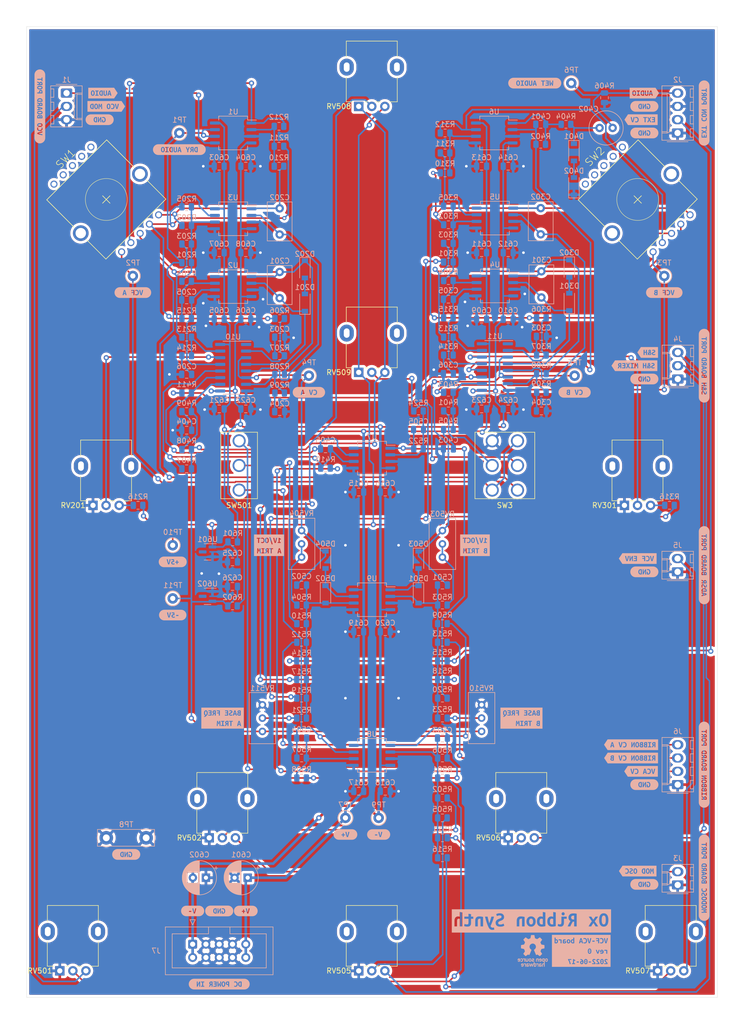
<source format=kicad_pcb>
(kicad_pcb (version 20211014) (generator pcbnew)
  (title_block (title "Josh Ox Ribbon Synth VCF/VCA board") (date "2022-07-21") (rev "0") (comment 1 "creativecommons.org/licences/by/4.0") (comment 2 "license: CC by 4.0") (comment 3 "Author: Jordan Aceto"))
  (layers (0 "F.Cu" signal) (31 "B.Cu" signal) (34 "B.Paste" user) (35 "F.Paste" user) (36 "B.SilkS" user "B.Silkscreen") (37 "F.SilkS" user "F.Silkscreen") (38 "B.Mask" user) (39 "F.Mask" user) (44 "Edge.Cuts" user))
  (net 0 "")
  (net 1 "Net-(C201-Pad1)")
  (net 2 "/SVF_A/BP_OUT")
  (net 3 "Net-(C202-Pad1)")
  (net 4 "/SVF_A/LP_OUT")
  (net 5 "Net-(C203-Pad1)")
  (net 6 "GND")
  (net 7 "Net-(C204-Pad1)")
  (net 8 "Net-(C205-Pad1)")
  (net 9 "Net-(C205-Pad2)")
  (net 10 "Net-(C206-Pad1)")
  (net 11 "Net-(C301-Pad1)")
  (net 12 "/SVF_B/BP_OUT")
  (net 13 "Net-(C302-Pad1)")
  (net 14 "/SVF_B/LP_OUT")
  (net 15 "Net-(C303-Pad1)")
  (net 16 "Net-(C304-Pad1)")
  (net 17 "Net-(C305-Pad1)")
  (net 18 "Net-(C305-Pad2)")
  (net 19 "Net-(C306-Pad1)")
  (net 20 "Net-(C401-Pad1)")
  (net 21 "/FREQ_CV_B")
  (net 22 "Net-(C402-Pad1)")
  (net 23 "/FREQ_CV_A")
  (net 24 "Net-(C403-Pad1)")
  (net 25 "Net-(C401-Pad2)")
  (net 26 "Net-(C404-Pad1)")
  (net 27 "Net-(C501-Pad1)")
  (net 28 "Net-(C405-Pad1)")
  (net 29 "Net-(C405-Pad2)")
  (net 30 "+15V")
  (net 31 "-15V")
  (net 32 "Net-(C502-Pad1)")
  (net 33 "Net-(C503-Pad1)")
  (net 34 "Net-(C503-Pad2)")
  (net 35 "Net-(C504-Pad1)")
  (net 36 "Net-(C504-Pad2)")
  (net 37 "Net-(D201-Pad2)")
  (net 38 "Net-(D301-Pad2)")
  (net 39 "Net-(C505-Pad1)")
  (net 40 "Net-(C505-Pad2)")
  (net 41 "Net-(D401-Pad2)")
  (net 42 "Net-(J1-Pad1)")
  (net 43 "/EXT_CV")
  (net 44 "/CV_mixer/MOD_OSC")
  (net 45 "/CV_mixer/S_AND_H")
  (net 46 "/CV_mixer/S_AND_H_MIXER")
  (net 47 "/CV_mixer/VCF_ENV")
  (net 48 "/CV_mixer/RIBBON_CV_A")
  (net 49 "/CV_mixer/RIBBON_CV_B")
  (net 50 "/VCA_CV")
  (net 51 "Net-(R201-Pad2)")
  (net 52 "/SVF_A/HP_OUT")
  (net 53 "/CV_mixer/MAIN_VCO")
  (net 54 "Net-(R206-Pad2)")
  (net 55 "Net-(R208-Pad2)")
  (net 56 "Net-(R210-Pad2)")
  (net 57 "/SVF_A/NOTCH_OUT")
  (net 58 "+5V REF")
  (net 59 "Net-(R213-Pad1)")
  (net 60 "Net-(R216-Pad2)")
  (net 61 "/SVF_B/HP_OUT")
  (net 62 "/SVF_B/SIGNAL_IN")
  (net 63 "Net-(R301-Pad2)")
  (net 64 "Net-(R306-Pad2)")
  (net 65 "Net-(R308-Pad2)")
  (net 66 "/SVF_B/NOTCH_OUT")
  (net 67 "Net-(R310-Pad2)")
  (net 68 "Net-(D501-Pad1)")
  (net 69 "Net-(D502-Pad1)")
  (net 70 "Net-(R401-Pad2)")
  (net 71 "Net-(R408-Pad2)")
  (net 72 "Net-(R411-Pad2)")
  (net 73 "Net-(R501-Pad1)")
  (net 74 "Net-(R502-Pad1)")
  (net 75 "Net-(R503-Pad2)")
  (net 76 "Net-(R504-Pad2)")
  (net 77 "Net-(R505-Pad1)")
  (net 78 "-5V REF")
  (net 79 "/VCA/SIGNAL_IN_1")
  (net 80 "Net-(R510-Pad1)")
  (net 81 "/VCA/SIGNAL_IN_2")
  (net 82 "Net-(R511-Pad1)")
  (net 83 "Net-(R516-Pad1)")
  (net 84 "Net-(RV201-Pad2)")
  (net 85 "Net-(RV301-Pad2)")
  (net 86 "Net-(SW1-Pad10)")
  (net 89 "/SVF_A/SIGNAL_IN")
  (net 90 "/VCA/OUT")
  (net 91 "Net-(R517-Pad1)")
  (net 92 "Net-(R519-Pad1)")
  (net 93 "Net-(R313-Pad1)")
  (net 94 "Net-(R316-Pad2)")
  (net 95 "Net-(R521-Pad1)")
  (net 96 "Net-(R523-Pad1)")
  (footprint "Potentiometer_THT:Potentiometer_Alpha_RD901F-40-00D_Single_Vertical" (layer "F.Cu") (at 103.505 107.95 90)
    (fp_text reference "RV509")
    (fp_text value "100k")
  )
  (footprint "Potentiometer_THT:Potentiometer_Alpha_RD901F-40-00D_Single_Vertical" (layer "F.Cu") (at 103.505 57.15 90)
    (fp_text reference "RV508")
    (fp_text value "100k")
  )
  (footprint "custom_footprints:DPDT_mini_toggle" (layer "F.Cu") (at 131.445 125.73 180)
    (fp_text reference "SW3")
    (fp_text value "series_parallel_switch")
  )
  (footprint "Potentiometer_THT:Potentiometer_Alpha_RD901F-40-00D_Single_Vertical" (layer "F.Cu") (at 52.705 133.35 90)
    (fp_text reference "RV201")
    (fp_text value "10k")
  )
  (footprint "Potentiometer_THT:Potentiometer_Alpha_RD901F-40-00D_Single_Vertical" (layer "F.Cu") (at 103.505 222.25 90)
    (fp_text reference "RV505")
    (fp_text value "100k")
  )
  (footprint "Potentiometer_THT:Potentiometer_Alpha_RD901F-40-00D_Single_Vertical" (layer "F.Cu") (at 154.305 133.35 90)
    (fp_text reference "RV301")
    (fp_text value "10k")
  )
  (footprint "Potentiometer_THT:Potentiometer_Alpha_RD901F-40-00D_Single_Vertical" (layer "F.Cu") (at 74.93 196.85 90)
    (fp_text reference "RV502")
    (fp_text value "100k")
  )
  (footprint "Potentiometer_THT:Potentiometer_Alpha_RD901F-40-00D_Single_Vertical" (layer "F.Cu") (at 160.655 222.25 90)
    (fp_text reference "RV507")
    (fp_text value "100k")
  )
  (footprint "custom_footprints:SPDT_mini_toggle" (layer "F.Cu") (at 80.645 125.73 180)
    (fp_text reference "SW501")
    (fp_text value "SW_SPDT_center_off")
  )
  (footprint "custom_footprints:SR1712F_rotary_switch" (layer "F.Cu") (at 55.245 74.93 -135)
    (fp_text reference "SW1")
    (fp_text value "SR1712F-0204" hide)
  )
  (footprint "Potentiometer_THT:Potentiometer_Alpha_RD901F-40-00D_Single_Vertical" (layer "F.Cu") (at 46.355 222.25 90)
    (fp_text reference "RV501")
    (fp_text value "100k")
  )
  (footprint "Potentiometer_THT:Potentiometer_Alpha_RD901F-40-00D_Single_Vertical" (layer "F.Cu") (at 132.08 196.85 90)
    (fp_text reference "RV506")
    (fp_text value "100k")
  )
  (footprint "custom_footprints:SR1712F_rotary_switch" (layer "F.Cu") (at 156.845 74.93 -135)
    (fp_text reference "SW2")
    (fp_text value "SR1712F-0204" hide)
  )
  (footprint "Capacitor_SMD:C_0805_2012Metric" (layer "B.Cu") (at 127 97.79 180)
    (fp_text reference "C609")
    (fp_text value "100n")
  )
  (footprint "Potentiometer_THT:Potentiometer_Bourns_3296W_Vertical" (layer "B.Cu") (at 127 171.44 90)
    (fp_text reference "RV510")
    (fp_text value "100k")
  )
  (footprint "Connector_Molex:Molex_KK-254_AE-6410-02A_1x02_P2.54mm_Vertical" (layer "B.Cu") (at 164.485 205.85 90)
    (fp_text reference "J3")
    (fp_text value "mod_osc_port")
  )
  (footprint "Diode_SMD:D_SOD-123" (layer "B.Cu") (at 144.653 72.39 90)
    (fp_text reference "D402")
    (fp_text value "2v4")
  )
  (footprint "kibuzzard-62AC886F" (layer "B.Cu") (at 155.575 179.07 180)
    (fp_text reference "kibuzzard-62AC886F" hide)
    (fp_text value "G***" hide)
  )
  (footprint "kibuzzard-62AC792A" (layer "B.Cu") (at 71.755 210.82 180)
    (fp_text reference "kibuzzard-62AC792A" hide)
    (fp_text value "G***" hide)
  )
  (footprint "TestPoint:TestPoint_Bridge_Pitch7.62mm_Drill1.3mm" (layer "B.Cu") (at 62.865 196.85 180)
    (fp_text reference "TP8")
    (fp_text value "GND")
  )
  (footprint "Resistor_SMD:R_0805_2012Metric" (layer "B.Cu") (at 70.612 104.775 180)
    (fp_text reference "R214")
    (fp_text value "220")
  )
  (footprint "Capacitor_SMD:C_0805_2012Metric" (layer "B.Cu") (at 119.507 148.58)
    (fp_text reference "C501")
    (fp_text value "100p")
  )
  (footprint "Package_SO:SO-8_5.3x6.2mm_P1.27mm" (layer "B.Cu") (at 129.54 78.486 180)
    (fp_text reference "U5")
    (fp_text value "TL072")
  )
  (footprint "kibuzzard-62AC755C" (layer "B.Cu") (at 158.115 146.05 180)
    (fp_text reference "kibuzzard-62AC755C" hide)
    (fp_text value "G***" hide)
  )
  (footprint "Resistor_SMD:R_0805_2012Metric" (layer "B.Cu") (at 120.65 97.536 180)
    (fp_text reference "R315")
    (fp_text value "30k")
  )
  (footprint "Resistor_SMD:R_0805_2012Metric" (layer "B.Cu") (at 120.015 69.85)
    (fp_text reference "R310")
    (fp_text value "30k")
  )
  (footprint "Diode_SMD:D_SOD-123" (layer "B.Cu") (at 114.935 150.368 -90)
    (fp_text reference "D501")
    (fp_text value "1N4148W")
  )
  (footprint "Resistor_SMD:R_0805_2012Metric" (layer "B.Cu") (at 150.495 55.499 -90)
    (fp_text reference "R406")
    (fp_text value "100k")
  )
  (footprint "Resistor_SMD:R_0805_2012Metric" (layer "B.Cu") (at 92.583 185.42 180)
    (fp_text reference "R508")
    (fp_text value "100k")
  )
  (footprint "Resistor_SMD:R_0805_2012Metric" (layer "B.Cu") (at 138.43 108.204 180)
    (fp_text reference "R308")
    (fp_text value "30k")
  )
  (footprint "Package_SO:SO-8_5.3x6.2mm_P1.27mm" (layer "B.Cu") (at 106.045 124.333 180)
    (fp_text reference "U7")
    (fp_text value "TL072")
  )
  (footprint "Potentiometer_THT:Potentiometer_Bourns_3296W_Vertical" (layer "B.Cu") (at 119.507 138.176 90)
    (fp_text reference "RV503")
    (fp_text value "5k")
  )
  (footprint "kibuzzard-62AC8A87" (layer "B.Cu") (at 69.215 65.405 180)
    (fp_text reference "kibuzzard-62AC8A87" hide)
    (fp_text value "G***" hide)
  )
  (footprint "kibuzzard-62AC88DA" (layer "B.Cu") (at 158.75 104.14 180)
    (fp_text reference "kibuzzard-62AC88DA" hide)
    (fp_text value "G***" hide)
  )
  (footprint "Resistor_SMD:R_0805_2012Metric" (layer "B.Cu") (at 92.583 166.614)
    (fp_text reference "R517")
    (fp_text value "100k")
  )
  (footprint "Capacitor_SMD:C_0805_2012Metric" (layer "B.Cu") (at 81.915 97.79 180)
    (fp_text reference "C606")
    (fp_text value "100n")
  )
  (footprint "Capacitor_SMD:C_0805_2012Metric" (layer "B.Cu") (at 108.585 157.48 180)
    (fp_text reference "C620")
    (fp_text value "100n")
  )
  (footprint "Capacitor_SMD:C_0805_2012Metric" (layer "B.Cu") (at 103.505 130.81 180)
    (fp_text reference "C615")
    (fp_text value "100n")
  )
  (footprint "kibuzzard-62AC8760" (layer "B.Cu") (at 146.05 218.44 180)
    (fp_text reference "kibuzzard-62AC8760" hide)
    (fp_text value "G***" hide)
  )
  (footprint "Capacitor_SMD:C_0805_2012Metric" (layer "B.Cu") (at 120.65 108.204 180)
    (fp_text reference "C306")
    (fp_text value "1n2")
  )
  (footprint "Resistor_SMD:R_0805_2012Metric" (layer "B.Cu") (at 97.155 126.238 180)
    (fp_text reference "R410")
    (fp_text value "100k")
  )
  (footprint "Capacitor_SMD:C_0805_2012Metric" (layer "B.Cu") (at 88.392 101.219)
    (fp_text reference "C203")
    (fp_text value "1n2")
  )
  (footprint "Resistor_SMD:R_0805_2012Metric" (layer "B.Cu") (at 92.583 170.17)
    (fp_text reference "R519")
    (fp_text value "390k")
  )
  (footprint "Resistor_SMD:R_0805_2012Metric" (layer "B.Cu") (at 119.507 155.946 180)
    (fp_text reference "R509")
    (fp_text value "100k")
  )
  (footprint "Resistor_SMD:R_0805_2012Metric" (layer "B.Cu") (at 88.392 104.775 180)
    (fp_text reference "R207")
    (fp_text value "220")
  )
  (footprint "Capacitor_SMD:C_0805_2012Metric" (layer "B.Cu") (at 108.585 187.96 180)
    (fp_text reference "C618")
    (fp_text value "100n")
  )
  (footprint "Package_TO_SOT_SMD:SOT-23" (layer "B.Cu") (at 74.5998 150.7236 180)
    (fp_text reference "U602")
    (fp_text value "LM4040DBZ-5")
  )
  (footprint "Capacitor_SMD:C_0805_2012Metric" (layer "B.Cu") (at 76.835 85.09 180)
    (fp_text reference "C607")
    (fp_text value "100n")
  )
  (footprint "Resistor_SMD:R_0805_2012Metric" (layer "B.Cu") (at 119.507 193.04 180)
    (fp_text reference "R505")
    (fp_text value "100k")
  )
  (footprint "Capacitor_THT:C_Rect_L7.2mm_W4.5mm_P5.00mm_FKS2_FKP2_MKS2_MKP2" (layer "B.Cu") (at 138.303 81.581 90)
    (fp_text reference "C302")
    (fp_text value "220p")
  )
  (footprint "Capacitor_SMD:C_0805_2012Metric" (layer "B.Cu") (at 76.835 114.935 180)
    (fp_text reference "C621")
    (fp_text value "100n")
  )
  (footprint "Resistor_SMD:R_0805_2012Metric" (layer "B.Cu") (at 79.4125 140.335 180)
    (fp_text reference "R601")
    (fp_text value "5k6")
  )
  (footprint "kibuzzard-62AC892A" (layer "B.Cu") (at 54.61 54.61 180)
    (fp_text reference "kibuzzard-62AC892A" hide)
    (fp_text value "G***" hide)
  )
  (footprint "Resistor_SMD:R_0805_2012Metric" (layer "B.Cu") (at 70.612 126.365 180)
    (fp_text reference "R407")
    (fp_text value "2M2")
  )
  (footprint "Resistor_SMD:R_0805_2012Metric" (layer "B.Cu") (at 120.65 101.219 180)
    (fp_text reference "R313")
    (fp_text value "15k")
  )
  (footprint "TestPoint:TestPoint_Keystone_5000-5004_Miniature" (layer "B.Cu") (at 144.145 52.705 180)
    (fp_text reference "TP6")
    (fp_text value "FINAL_AUDIO")
  )
  (footprint "kibuzzard-62AC8A2D" (layer "B.Cu") (at 67.945 154.305 180)
    (fp_text reference "kibuzzard-62AC8A2D" hide)
    (fp_text value "G***" hide)
  )
  (footprint "Resistor_SMD:R_0805_2012Metric" (layer "B.Cu") (at 120.65 76.2 180)
    (fp_text reference "R305")
    (fp_text value "30k")
  )
  (footprint "kibuzzard-62AC88AD" (layer "B.Cu") (at 156.845 203.2 180)
    (fp_text reference "kibuzzard-62AC88AD" hide)
    (fp_text value "G***" hide)
  )
  (footprint "Resistor_SMD:R_0805_2012Metric" (layer "B.Cu") (at 70.612 83.439 180)
    (fp_text reference "R203")
    (fp_text value "390k")
  )
  (footprint "Capacitor_SMD:C_0805_2012Metric" (layer "B.Cu") (at 76.835 68.58 180)
    (fp_text reference "C603")
    (fp_text value "100n")
  )
  (footprint "Resistor_SMD:R_0805_2012Metric" (layer "B.Cu") (at 88.392 111.887 180)
    (fp_text reference "R209")
    (fp_text value "220")
  )
  (footprint "Resistor_SMD:R_0805_2012Metric" (layer "B.Cu") (at 143.129 60.579)
    (fp_text reference "R404")
    (fp_text value "1k")
  )
  (footprint "Diode_SMD:D_SOD-123" (layer "B.Cu") (at 144.653 65.913 -90)
    (fp_text reference "D401")
    (fp_text value "2v4")
  )
  (footprint "Diode_SMD:D_SOD-123" (layer "B.Cu") (at 93.218 88.265 -90)
    (fp_text reference "D202")
    (fp_text value "5v1")
  )
  (footprint "Capacitor_SMD:C_0805_2012Metric" (layer "B.Cu") (at 81.915 114.935 180)
    (fp_text reference "C622")
    (fp_text value "100n")
  )
  (footprint "kibuzzard-62AC8A1C" (layer "B.Cu") (at 67.945 144.145 180)
    (fp_text reference "kibuzzard-62AC8A1C" hide)
    (fp_text value "G***" hide)
  )
  (footprint "Resistor_SMD:R_0805_2012Metric" (layer "B.Cu") (at 70.612 115.443 180)
    (fp_text reference "R409")
    (fp_text value "220")
  )
  (footprint "Capacitor_SMD:C_0805_2012Metric" (layer "B.Cu") (at 79.375 148.844 180)
    (fp_text reference "C626")
    (fp_text value "100n")
  )
  (footprint "Package_SO:SO-8_5.3x6.2mm_P1.27mm" (layer "B.Cu") (at 106.045 151.374 180)
    (fp_text reference "U9")
    (fp_text value "TL072")
  )
  (footprint "Resistor_SMD:R_0805_2012Metric" (layer "B.Cu") (at 119.507 185.42 180)
    (fp_text reference "R501")
    (fp_text value "100k")
  )
  (footprint "Package_SO:SOIC-16_3.9x9.9mm_P1.27mm" (layer "B.Cu") (at 129.54 106.934 180)
    (fp_text reference "U11")
    (fp_text value "SSI2164")
  )
  (footprint "kibuzzard-62AC755C" (layer "B.Cu") (at 158.115 186.69 180)
    (fp_text reference "kibuzzard-62AC755C" hide)
    (fp_text value "G***" hide)
  )
  (footprint "Capacitor_SMD:C_0805_2012Metric" (layer "B.Cu") (at 138.303 60.579)
    (fp_text reference "C401")
    (fp_text value "100p")
  )
  (footprint "kibuzzard-62AC755C" (layer "B.Cu") (at 158.115 205.74 180)
    (fp_text reference "kibuzzard-62AC755C" hide)
    (fp_text value "G***" hide)
  )
  (footprint "kibuzzard-62AC89C0" (layer "B.Cu") (at 169.545 144.78 90)
    (fp_text reference "kibuzzard-62AC89C0" hide)
    (fp_text value "G***" hide)
  )
  (footprint "Capacitor_SMD:C_0805_2012Metric" (layer "B.Cu") (at 70.612 94.107)
    (fp_text reference "C205")
    (fp_text value "10p")
  )
  (footprint "Capacitor_THT:CP_Radial_D6.3mm_P2.50mm" (layer "B.Cu") (at 74.295 204.47 180)
    (fp_text reference "C602")
    (fp_text value "10u")
  )
  (footprint "kibuzzard-62AC755C" (layer "B.Cu") (at 59.055 200.025 180)
    (fp_text reference "kibuzzard-62AC755C" hide)
    (fp_text value "G***" hide)
  )
  (footprint "Capacitor_SMD:C_0805_2012Metric" (layer "B.Cu") (at 81.915 68.58 180)
    (fp_text reference "C604")
    (fp_text value "100n")
  )
  (footprint "kibuzzard-62AC791A" (layer "B.Cu") (at 81.915 210.82 180)
    (fp_text reference "kibuzzard-62AC791A" hide)
    (fp_text value "G***" hide)
  )
  (footprint "Resistor_SMD:R_0805_2012Metric" (layer "B.Cu") (at 92.583 159.502)
    (fp_text reference "R512")
    (fp_text value "100k")
  )
  (footprint "kibuzzard-62AC8A9A" (layer "B.Cu") (at 137.16 52.705 180)
    (fp_text reference "kibuzzard-62AC8A9A" hide)
    (fp_text value "G***" hide)
  )
  (footprint "Resistor_SMD:R_0805_2012Metric" (layer "B.Cu") (at 120.015 66.04)
    (fp_text reference "R311")
    (fp_text value "30k")
  )
  (footprint "kibuzzard-62AC8B2D" (layer "B.Cu") (at 77.47 173.99 180)
    (fp_text reference "kibuzzard-62AC8B2D" hide)
    (fp_text value "G***" hide)
  )
  (footprint "Resistor_SMD:R_0805_2012Metric" (layer "B.Cu") (at 138.43 111.76 180)
    (fp_text reference "R309")
    (fp_text value "220")
  )
  (footprint "Resistor_SMD:R_0805_2012Metric" (layer "B.Cu") (at 162.9175 133.35 180)
    (fp_text reference "R316")
    (fp_text value "18k")
  )
  (footprint "Resistor_SMD:R_0805_2012Metric" (layer "B.Cu") (at 92.583 163.058)
    (fp_text reference "R514")
    (fp_text value "100k")
  )
  (footprint "TestPoint:TestPoint_Keystone_5000-5004_Miniature" (layer "B.Cu") (at 144.78 108.585 180)
    (fp_text reference "TP5")
    (fp_text value "CV_B")
  )
  (footprint "Connector_Molex:Molex_KK-254_AE-6410-03A_1x03_P2.54mm_Vertical" (layer "B.Cu") (at 164.505 109.22 90)
    (fp_text reference "J4")
    (fp_text value "S&H_port")
  )
  (footprint "Capacitor_SMD:C_0805_2012Metric" (layer "B.Cu") (at 70.612 118.999 180)
    (fp_text reference "C404")
    (fp_text value "1n2")
  )
  (footprint "Capacitor_SMD:C_0805_2012Metric" (layer "B.Cu") (at 70.612 108.331 180)
    (fp_text reference "C206")
    (fp_text value "1n2")
  )
  (footprint "Resistor_SMD:R_0805_2012Metric" (layer "B.Cu") (at 119.507 196.85 180)
    (fp_text reference "R511")
    (fp_text value "100k")
  )
  (footprint "kibuzzard-62AC8A72" (layer "B.Cu") (at 161.925 92.71 180)
    (fp_text reference "kibuzzard-62AC8A72" hide)
    (fp_text value "G***" hide)
  )
  (footprint "Capacitor_SMD:C_0805_2012Metric" (layer "B.Cu") (at 88.392 115.443)
    (fp_text reference "C204")
    (fp_text value "1n2")
  )
  (footprint "Resistor_SMD:R_0805_2012Metric" (layer "B.Cu") (at 88.265 64.77 180)
    (fp_text reference "R211")
    (fp_text value "30k")
  )
  (footprint "Capacitor_SMD:C_0805_2012Metric" (layer "B.Cu") (at 76.835 97.79 180)
    (fp_text reference "C605")
    (fp_text value "100n")
  )
  (footprint "Package_SO:SO-8_5.3x6.2mm_P1.27mm" (layer "B.Cu") (at 79.502 62.23 180)
    (fp_text reference "U1")
    (fp_text value "TL072")
  )
  (footprint "TestPoint:TestPoint_Keystone_5000-5004_Miniature" (layer "B.Cu") (at 67.945 151.13 180)
    (fp_text reference "TP11")
    (fp_text value "REF-")
  )
  (footprint "TestPoint:TestPoint_Keystone_5000-5004_Miniature" (layer "B.Cu") (at 161.925 89.535 180)
    (fp_text reference "TP3")
    (fp_text value "VCF_B")
  )
  (footprint "Resistor_SMD:R_0805_2012Metric" (layer "B.Cu") (at 120.65 118.872 180)
    (fp_text reference "R405")
    (fp_text value "220")
  )
  (footprint "Package_TO_SOT_SMD:SOT-23" (layer "B.Cu") (at 74.61 142.24 180)
    (fp_text reference "U601")
    (fp_text value "LM4040DBZ-5")
  )
  (footprint "Resistor_SMD:R_0805_2012Metric" (layer "B.Cu") (at 92.583 173.98)
    (fp_text reference "R521")
    (fp_text value "68k")
  )
  (footprint "Resistor_SMD:R_0805_2012Metric" (layer "B.Cu") (at 92.583 181.61 180)
    (fp_text reference "R507")
    (fp_text value "100k")
  )
  (footprint "Capacitor_THT:C_Rect_L7.2mm_W4.5mm_P5.00mm_FKS2_FKP2_MKS2_MKP2" (layer "B.Cu") (at 138.43 93.646 90)
    (fp_text reference "C301")
    (fp_text value "220p")
  )
  (footprint "Resistor_SMD:R_0805_2012Metric" (layer "B.Cu") (at 114.935 115.316)
    (fp_text reference "R524")
    (fp_text value "100k")
  )
  (footprint "Capacitor_SMD:C_0805_2012Metric" (layer "B.Cu") (at 132.08 114.935 180)
    (fp_text reference "C624")
    (fp_text value "100n")
  )
  (footprint "kibuzzard-62AC8892" (layer "B.Cu") (at 157.48 184.15 180)
    (fp_text reference "kibuzzard-62AC8892" hide)
    (fp_text value "G***" hide)
  )
  (footprint "Connector_Molex:Molex_KK-254_AE-6410-04A_1x04_P2.54mm_Vertical" (layer "B.Cu") (at 164.485 186.69 90)
    (fp_text reference "J6")
    (fp_text value "ribbon_port")
  )
  (footprint "kibuzzard-62AC8A40" (layer "B.Cu") (at 144.78 111.76 180)
    (fp_text reference "kibuzzard-62AC8A40" hide)
    (fp_text value "G***" hide)
  )
  (footprint "kibuzzard-62AC755C" (layer "B.Cu") (at 53.975 59.69 180)
    (fp_text reference "kibuzzard-62AC755C" hide)
    (fp_text value "G***" hide)
  )
  (footprint "Diode_SMD:D_SOD-123" (layer "B.Cu") (at 93.218 94.615 90)
    (fp_text reference "D201")
    (fp_text value "5v1")
  )
  (footprint "Resistor_SMD:R_0805_2012Metric" (layer "B.Cu") (at 138.43 97.536)
    (fp_text reference "R306")
    (fp_text value "30k")
  )
  (footprint "Resistor_SMD:R_0805_2012Metric" (layer "B.Cu") (at 70.612 90.551)
    (fp_text reference "R204")
    (fp_text value "30k")
  )
  (footprint "Symbol:OSHW-Logo_5.7x6mm_SilkScreen" (layer "B.Cu") (at 136.779 218.44 180)
    (fp_text reference "REF**" hide)
    (fp_text value "OSHW-Logo_5.7x6mm_SilkScreen" hide)
  )
  (footprint "kibuzzard-62AC791A" (layer "B.Cu") (at 100.965 196.215 180)
    (fp_text reference "kibuzzard-62AC791A" hide)
    (fp_text value "G***" hide)
  )
  (footprint "Resistor_SMD:R_0805_2012Metric" (layer "B.Cu") (at 119.507 181.61)
    (fp_text reference "R506")
    (fp_text value "100k")
  )
  (footprint "kibuzzard-62AC755C" (layer "B.Cu") (at 158.115 57.15 180)
    (fp_text reference "kibuzzard-62AC755C" hide)
    (fp_text value "G***" hide)
  )
  (footprint "Capacitor_SMD:C_0805_2012Metric" (layer "B.Cu") (at 132.08 97.79 180)
    (fp_text reference "C610")
    (fp_text value "100n")
  )
  (footprint "Resistor_SMD:R_0805_2012Metric" (layer "B.Cu") (at 120.65 90.424)
    (fp_text reference "R304")
    (fp_text value "30k")
  )
  (footprint "kibuzzard-62AC8994" (layer "B.Cu") (at 169.545 204.47 90)
    (fp_text reference "kibuzzard-62AC8994" hide)
    (fp_text value "G***" hide)
  )
  (footprint "Capacitor_SMD:C_0805_2012Metric" (layer "B.Cu") (at 92.583 177.8 180)
    (fp_text reference "C504")
    (fp_text value "100p")
  )
  (footprint "Resistor_SMD:R_0805_2012Metric" (layer "B.Cu") (at 70.612 76.327 180)
    (fp_text reference "R205")
    (fp_text value "30k")
  )
  (footprint "Capacitor_THT:CP_Radial_D6.3mm_P2.50mm" (layer "B.Cu") (at 82.275 204.47 180)
    (fp_text reference "C601")
    (fp_text value "10u")
  )
  (footprint "Resistor_SMD:R_0805_2012Metric" (layer "B.Cu") (at 120.015 62.23 180)
    (fp_text reference "R312")
    (fp_text value "30k")
  )
  (footprint "Capacitor_SMD:C_0805_2012Metric" (layer "B.Cu") (at 114.935 118.872 180)
    (fp_text reference "C505")
    (fp_text value "100p")
  )
  (footprint "Resistor_SMD:R_0805_2012Metric" (layer "B.Cu") (at 70.612 79.883 180)
    (fp_text reference "R202")
    (fp_text value "30k")
  )
  (footprint "kibuzzard-62AC755C" (layer "B.Cu") (at 158.115 109.22 180)
    (fp_text reference "kibuzzard-62AC755C" hide)
    (fp_text value "G***" hide)
  )
  (footprint "kibuzzard-62AC792A" (layer "B.Cu") (at 107.315 196.215 180)
    (fp_text reference "kibuzzard-62AC792A" hide)
    (fp_text value "G***" hide)
  )
  (footprint "Resistor_SMD:R_0805_2012Metric" (layer "B.Cu") (at 70.612 111.887 180)
    (fp_text reference "R411")
    (fp_text value "4k7")
  )
  (footprint "Diode_SMD:D_SOD-123" (layer "B.Cu") (at 143.764 94.488 90)
    (fp_text reference "D301")
    (fp_text value "5v1")
  )
  (footprint "kibuzzard-62AC887D" (layer "B.Cu") (at 155.575 181.61 180)
    (fp_text reference "kibuzzard-62AC887D" hide)
    (fp_text value "G***" hide)
  )
  (footprint "Resistor_SMD:R_0805_2012Metric" (layer "B.Cu") (at 138.43 104.648 180)
    (fp_text reference "R307")
    (fp_text value "220")
  )
  (footprint "Resistor_SMD:R_0805_2012Metric" (layer "B.Cu") (at 88.265 60.96)
    (fp_text reference "R212")
    (fp_text value "30k")
  )
  (footprint "Resistor_SMD:R_0805_2012Metric" (layer "B.Cu") (at 88.392 108.331 180)
    (fp_text reference "R208")
    (fp_text value "30k")
  )
  (footprint "Package_SO:SO-8_5.3x6.2mm_P1.27mm" (layer "B.Cu") (at 79.502 91.567 180)
    (fp_text reference "U2")
    (fp_text value "TL072")
  )
  (footprint "Resistor_SMD:R_0805_2012Metric" (layer "B.Cu") (at 120.65 115.316)
    (fp_text reference "R401")
    (fp_text value "30k")
  )
  (footprint "Diode_SMD:D_SOD-123" (layer "B.Cu") (at 114.935 143.764 -90)
    (fp_text reference "D503")
    (fp_text value "1N4148W")
  )
  (footprint "Diode_SMD:D_SOD-123" (layer "B.Cu") (at 143.764 88.138 -90)
    (fp_text reference "D302")
    (fp_text value "5v1")
  )
  (footprint "Package_SO:SOIC-16_3.9x9.9mm_P1.27mm" (layer "B.Cu") (at 79.502 107.061 180)
    (fp_text reference "U10")
    (fp_text value "SSI2164")
  )
  (footprint "Resistor_SMD:R_0805_2012Metric" (layer "B.Cu") (at 120.65 111.76)
    (fp_text reference "R403")
    (fp_text value "30k")
  )
  (footprint "kibuzzard-62AC88EB" (layer "B.Cu") (at 156.21 106.68 180)
    (fp_text reference "kibuzzard-62AC88EB" hide)
    (fp_text value "G***" hide)
  )
  (footprint "Resistor_SMD:R_0805_2012Metric" (layer "B.Cu") (at 70.612 97.663 180)
    (fp_text reference "R215")
    (fp_text value "30k")
  )
  (footprint "Capacitor_SMD:C_0805_2012Metric" (layer "B.Cu") (at 132.08 68.58 180)
    (fp_text reference "C614")
    (fp_text value "100n")
  )
  (footprint "Capacitor_SMD:C_0805_2012Metric" (layer "B.Cu") (at 119.507 177.8)
    (fp_text reference "C503")
    (fp_text value "100p")
  )
  (footprint "Resistor_SMD:R_0805_2012Metric" (layer "B.Cu") (at 119.507 166.614 180)
    (fp_text reference "R518")
    (fp_text value "100k")
  )
  (footprint "Capacitor_SMD:C_0805_2012Metric" (layer "B.Cu") (at 127 114.935 180)
    (fp_text reference "C623")
    (fp_text value "100n")
  )
  (footprint "TestPoint:TestPoint_Keystone_5000-5004_Miniature" (layer "B.Cu") (at 60.325 89.535 180)
    (fp_text reference "TP2")
    (fp_text value "VCF_A")
  )
  (footprint "Package_SO:SO-8_5.3x6.2mm_P1.27mm" (layer "B.Cu") (at 129.413 62.23 180)
    (fp_text reference "U6")
    (fp_text value "TL072")
  )
  (footprint "Resistor_SMD:R_0805_2012Metric" (layer "B.Cu") (at 119.507 200.66 180)
    (fp_text reference "R516")
    (fp_text value "100k")
  )
  (footprint "kibuzzard-62AC78CB" (layer "B.Cu") (at 76.835 224.79 180)
    (fp_text reference "kibuzzard-62AC78CB" hide)
    (fp_text value "G***" hide)
  )
  (footprint "TestPoint:TestPoint_Keystone_5000-5004_Miniature" (layer "B.Cu") (at 107.315 193.04 180)
    (fp_text reference "TP9")
    (fp_text value "V-")
  )
  (footprint "Potentiometer_THT:Potentiometer_Bourns_3296W_Vertical" (layer "B.Cu") (at 85.09 171.45 90)
    (fp_text reference "RV511")
    (fp_text value "100k")
  )
  (footprint "Resistor_SMD:R_0805_2012Metric" (layer "B.Cu") (at 61.3175 133.35 180)
    (fp_text reference "R216")
    (fp_text value "18k")
  )
  (footprint "Capacitor_THT:C_Rect_L7.2mm_W4.5mm_P5.00mm_FKS2_FKP2_MKS2_MKP2" (layer "B.Cu") (at 88.392 81.621 90)
    (fp_text reference "C202")
    (fp_text value "220p")
  )
  (footprint "Resistor_SMD:R_0805_2012Metric" (layer "B.Cu") (at 119.507 163.058 180)
    (fp_text reference "R515")
    (fp_text value "100k")
  )
  (footprint "Capacitor_SMD:C_0805_2012Metric" (layer "B.Cu") (at 132.08 85.09 180)
    (fp_text reference "C612")
    (fp_text value "100n")
  )
  (footprint "Resistor_SMD:R_0805_2012Metric" (layer "B.Cu") (at 120.65 83.312 180)
    (fp_text reference "R303")
    (fp_text value "390k")
  )
  (footprint "kibuzzard-62AC8A4C" (layer "B.Cu") (at 93.98 111.76 180)
    (fp_text reference "kibuzzard-62AC8A4C" hide)
    (fp_text value "G***" hide)
  )
  (footprint "Resistor_SMD:R_0805_2012Metric" (layer "B.Cu") (at 119.507 152.39)
    (fp_text reference "R503")
    (fp_text value "18k")
  )
  (footprint "Diode_SMD:D_SOD-123" (layer "B.Cu") (at 97.155 143.754 -90)
    (fp_text reference "D504")
    (fp_text value "1N4148W")
  )
  (footprint "kibuzzard-62AC8B01" (layer "B.Cu") (at 86.36 140.97 180)
    (fp_text reference "kibuzzard-62AC8B01" hide)
    (fp_text value "G***" hide)
  )
  (footprint "Resistor_SMD:R_0805_2012Metric" (layer "B.Cu") (at 120.65 104.648 180)
    (fp_text reference "R314")
    (fp_text value "220")
  )
  (footprint "Connector_Molex:Molex_KK-254_AE-6410-03A_1x03_P2.54mm_Vertical" (layer "B.Cu") (at 47.645 54.61 -90)
    (fp_text reference "J1")
    (fp_text value "VCO_port")
  )
  (footprint "Resistor_SMD:R_0805_2012Metric" (layer "B.Cu") (at 119.507 189.23 180)
    (fp_text reference "R502")
    (fp_text value "100k")
  )
  (footprint "Resistor_SMD:R_0805_2012Metric" (layer "B.Cu") (at 79.375 152.5524 180)
    (fp_text reference "R602")
    (fp_text value "5k6")
  )
  (footprint "Capacitor_SMD:C_0805_2012Metric" (layer "B.Cu") (at 138.43 115.316)
    (fp_text reference "C304")
    (fp_text value "1n2")
  )
  (footprint "kibuzzard-62AC8A61" (layer "B.Cu") (at 60.325 92.71 180)
    (fp_text reference "kibuzzard-62AC8A61" hide)
    (fp_text value "G***" hide)
  )
  (footprint "kibuzzard-62AC892A" (layer "B.Cu") (at 158.115 54.61 180)
    (fp_text reference "kibuzzard-62AC892A" hide)
    (fp_text value "G***" hide)
  )
  (footprint "Connector_Molex:Molex_KK-254_AE-6410-02A_1x02_P2.54mm_Vertical" (layer "B.Cu") (at 164.465 146.05 90)
    (fp_text reference "J5")
    (fp_text value "ADSR_port")
  )
  (footprint "TestPoint:TestPoint_Keystone_5000-5004_Miniature" (layer "B.Cu") (at 67.945 140.97 180)
    (fp_text reference "TP10")
    (fp_text value "REF+")
  )
  (footprint "kibuzzard-62AC89EA" (layer "B.Cu") (at 169.545 58.42 90)
    (fp_text reference "kibuzzard-62AC89EA" hide)
    (fp_text value "G***" hide)
  )
  (footprint "Potentiometer_THT:Potentiometer_Bourns_3296W_Vertical" (layer "B.Cu") (at 92.583 138.166 90)
    (fp_text reference "RV504")
    (fp_text value "5k")
  )
  (footprint "Capacitor_SMD:C_0805_2012Metric" (layer "B.Cu") (at 120.65 122.555 180)
    (fp_text reference "C403")
    (fp_text value "1n2")
  )
  (footprint "Capacitor_SMD:C_0805_2012Metric" (layer "B.Cu") (at 127 85.09 180)
    (fp_text reference "C611")
    (fp_text value "100n")
  )
  (footprint "kibuzzard-62AC8974" (layer "B.Cu") (at 42.545 57.15 90)
    (fp_text reference "kibuzzard-62AC8974" hide)
    (fp_text value "G***" hide)
  )
  (footprint "kibuzzard-62AC755C" (layer "B.Cu") (at 76.835 210.82 180)
    (fp_text reference "kibuzzard-62AC755C" hide)
    (fp_text value "G***" hide)
  )
  (footprint "Package_SO:SO-8_5.3x6.2mm_P1.27mm" (layer "B.Cu") (at 79.502 78.613 180)
    (fp_text reference "U3")
    (fp_text value "TL072")
  )
  (footprint "Capacitor_SMD:C_0805_2012Metric" (layer "B.Cu") (at 120.65 93.98)
    (fp_text reference "C305")
    (fp_text value "10p")
  )
  (footprint "kibuzzard-62AC8908" (layer "B.Cu") (at 157.48 59.69 180)
    (fp_text reference "kibuzzard-62AC8908" hide)
    (fp_text value "G***" hide)
  )
  (footprint "TestPoint:TestPoint_Keystone_5000-5004_Miniature" (layer "B.Cu") (at 93.98 108.585 180)
    (fp_text reference "TP4")
    (fp_text value "CV_A")
  )
  (footprint "kibuzzard-62AC89A8" (layer "B.Cu") (at 169.545 182.88 90)
    (fp_text reference "kibuzzard-62AC89A8" hide)
    (fp_text value "G***" hide)
  )
  (footprint "kibuzzard-62AC755C" (layer "B.Cu") (at 158.115 62.23 180)
    (fp_text reference "kibuzzard-62AC755C" hide)
    (fp_text value "G***" hide)
  )
  (footprint "Resistor_SMD:R_0805_2012Metric" (layer "B.Cu") (at 70.612 101.219 180)
    (fp_text reference "R213")
    (fp_text value "15k")
  )
  (footprint "Resistor_SMD:R_0805_2012Metric" (layer "B.Cu") (at 119.507 170.17 180)
    (fp_text reference "R520")
    (fp_text value "390k")
  )
  (footprint "kibuzzard-62AC8B15" (layer "B.Cu") (at 125.73 140.97 180)
    (fp_text reference "kibuzzard-62AC8B15" hide)
    (fp_text value "G***" hide)
  )
  (footprint "Capacitor_SMD:C_0805_2012Metric" (layer "B.Cu") (at 103.505 157.48 180)
    (fp_text reference "C619")
    (fp_text value "100n")
  )
  (footprint "Package_SO:SO-8_5.3x6.2mm_P1.27mm" (layer "B.Cu") (at 106.045 181.102 180)
    (fp_text reference "U8")
    (fp_text value "TL072")
  )
  (footprint "Resistor_SMD:R_0805_2012Metric" (layer "B.Cu") (at 70.612 122.682 180)
    (fp_text reference "R408")
    (fp_text value "100k")
  )
  (footprint "kibuzzard-62AC7A9F" (layer "B.Cu") (at 136.525 212.725 180)
    (fp_text reference "kibuzzard-62AC7A9F" hide)
    (fp_text value "G***" hide)
  )
  (footprint "Capacitor_SMD:C_0805_2012Metric" (layer "B.Cu") (at 97.155 122.555 180)
    (fp_text reference "C405")
    (fp_text value "100p")
  )
  (footprint "Resistor_SMD:R_0805_2012Metric" (layer "B.Cu") (at 88.392 97.663)
    (fp_text reference "R206")
    (fp_text value "30k")
  )
  (footprint "TestPoint:TestPoint_Keystone_5000-5004_Miniature" (layer "B.Cu") (at 69.215 62.23 180)
    (fp_text reference "TP1")
    (fp_text value "DRY")
  )
  (footprint "kibuzzard-62AC89D1" (layer "B.Cu") (at 169.545 106.68 90)
    (fp_text reference "kibuzzard-62AC89D1" hide)
    (fp_text value "G***" hide)
  )
  (footprint "kibuzzard-62AC8B47" (layer "B.Cu") (at 134.62 173.99 180)
    (fp_text reference "kibuzzard-62AC8B47" hide)
    (fp_text value "G***" hide)
  )
  (footprint "Resistor_SMD:R_0805_2012Metric" (layer "B.Cu") (at 88.265 68.58 180)
    (fp_text reference "R210")
    (fp_text value "30k")
  )
  (footprint "Capacitor_SMD:C_0805_2012Metric" (layer "B.Cu") (at 92.583 148.58 180)
    (fp_text reference "C502")
    (fp_text value "100p")
  )
  (footprint "Capacitor_SMD:C_0805_2012Metric" (layer "B.Cu") (at 138.43 101.092)
    (fp_text reference "C303")
    (fp_text value "1n2")
  )
  (footprint "kibuzzard-62AC88C6" (layer "B.Cu") (at 156.845 143.51 180)
    (fp_text reference "kibuzzard-62AC88C6" hide)
    (fp_text value "G***" hide)
  )
  (footprint "Capacitor_SMD:C_0805_2012Metric" (layer "B.Cu") (at 103.505 187.96 180)
    (fp_text reference "C617")
    (fp_text value "100n")
  )
  (footprint "Capacitor_SMD:C_0805_2012Metric" (layer "B.Cu") (at 79.375 144.145 180)
    (fp_text reference "C625")
    (fp_text value "100n")
  )
  (footprint "Resistor_SMD:R_0805_2012Metric" (layer "B.Cu") (at 114.935 122.555 180)
    (fp_text reference "R522")
    (fp_text value "100k")
  )
  (footprint "Capacitor_THT:C_Radial_D6.3mm_H5.0mm_P2.50mm" (layer "B.Cu") (at 149.5498 61.2648)
    (fp_text reference "C402")
    (fp_text value "10u")
  )
  (footprint "Connector_IDC:IDC-Header_2x05_P2.54mm_Vertical" (layer "B.Cu") (at 71.755 217.17 -90)
    (fp_text reference "J7")
    (fp_text value "power_entry")
  )
  (footprint "Capacitor_SMD:C_0805_2012Metric" (layer "B.Cu") (at 81.915 85.09 180)
    (fp_text reference "C608")
    (fp_text value "100n")
  )
  (footprint "Resistor_SMD:R_0805_2012Metric" (layer "B.Cu") (at 120.65 79.756 180)
    (fp_text reference "R302")
    (fp_text value "30k")
  )
  (footprint "Resistor_SMD:R_0805_2012Metric" (layer "B.Cu") (at 120.65 86.868)
    (fp_text reference "R301")
    (fp_text value "30k")
  )
  (footprint "Connector_Molex:Molex_KK-254_AE-6410-04A_1x04_P2.54mm_Vertical" (layer "B.Cu") (at 164.465 62.23 90)
    (fp_text reference "J2")
    (fp_text value "ext_port")
  )
  (footprint "Resistor_SMD:R_0805_2012Metric" (layer "B.Cu") (at 138.303 64.389)
    (fp_text reference "R402")
    (fp_text value "30k")
  )
  (footprint "Resistor_SMD:R_0805_2012Metric" (layer "B.Cu") (at 70.612 86.995)
    (fp_text reference "R201")
    (fp_text value "30k")
  )
  (footprint "Resistor_SMD:R_0805_2012Metric" (layer "B.Cu") (at 119.507 159.502 180)
    (fp_text reference "R513")
    (fp_text value "100k")
  )
  (footprint "Resistor_SMD:R_0805_2012Metric" (layer "B.Cu") (at 119.507 173.98 180)
    (fp_text reference "R523")
    (fp_text value "68k")
  )
  (footprint "kibuzzard-62AC8951" (layer "B.Cu") (at 55.245 57.15 180)
    (fp_text reference "kibuzzard-62AC8951" hide)
    (fp_text value "G***" hide)
  )
  (footprint "TestPoint:TestPoint_Keystone_5000-5004_Miniature" (layer "B.Cu") (at 100.965 193.04 180)
    (fp_text reference "TP7")
    (fp_text value "V+")
  )
  (footprint "Capacitor_THT:C_Rect_L7.2mm_W4.5mm_P5.00mm_FKS2_FKP2_MKS2_MKP2" (layer "B.Cu") (at 88.392 93.773 90)
    (fp_text reference "C201")
    (fp_text value "220p")
  )
  (footprint "Package_SO:SO-8_5.3x6.2mm_P1.27mm" (layer "B.Cu") (at 129.54 91.44 180)
    (fp_text reference "U4")
    (fp_text value "TL072")
  )
  (footprint "Diode_SMD:D_SOD-123" (layer "B.Cu") (at 97.155 150.358 -90)
    (fp_text reference "D502")
    (fp_text value "1N4148W")
  )
  (footprint "Resistor_SMD:R_0805_2012Metric" (layer "B.Cu") (at 92.583 155.946)
    (fp_text reference "R510")
    (fp_text value "100k")
  )
  (footprint "Capacitor_SMD:C_0805_2012Metric" (layer "B.Cu") (at 127 68.58 180)
    (fp_text reference "C613")
    (fp_text value "100n")
  )
  (footprint "Capacitor_SMD:C_0805_2012Metric" (layer "B.Cu") (at 108.585 130.81 180)
    (fp_text reference "C616")
    (fp_text value "100n")
  )
  (footprint "Resistor_SMD:R_0805_2012Metric" (layer "B.Cu") (at 92.583 152.39 180)
    (fp_text reference "R504")
    (fp_text value "18k")
  )
  (gr_line (start 172.085 41.91) (end 40.005 41.91) (layer "Edge.Cuts") (width 0.05))
  (gr_line (start 172.085 227.33) (end 172.085 41.91) (layer "Edge.Cuts") (width 0.05))
  (gr_line (start 40.005 41.91) (end 40.005 227.33) (layer "Edge.Cuts") (width 0.05))
  (gr_line (start 40.005 227.33) (end 172.085 227.33) (layer "Edge.Cuts") (width 0.05))
  (segment (start 93.218 102.616) (end 93.218 96.265) (width 0.3) (layer "B.Cu") (net 1))
  (segment (start 89.408 106.426) (end 93.218 102.616) (width 0.3) (layer "B.Cu") (net 1))
  (segment (start 83.002 90.932) (end 85.551 90.932) (width 0.3) (layer "B.Cu") (net 1))
  (segment (start 93.218 96.265) (end 90.884 96.265) (width 0.3) (layer "B.Cu") (net 1))
  (segment (start 85.551 90.932) (end 88.392 93.773) (width 0.3) (layer "B.Cu") (net 1))
  (segment (start 90.884 96.265) (end 88.392 93.773) (width 0.3) (layer "B.Cu") (net 1))
  (segment (start 81.977 106.426) (end 89.408 106.426) (width 0.3) (layer "B.Cu") (net 1))
  (segment (start 68.228188 88.743812) (end 61.715027 82.230651) (width 0.3) (layer "F.Cu") (net 2))
  (segment (start 61.715027 82.230651) (end 61.715027 81.400027) (width 0.3) (layer "F.Cu") (net 2))
  (segment (start 88.392 88.773) (end 68.257376 88.773) (width 0.3) (layer "F.Cu") (net 2))
  (segment (start 68.257376 88.773) (end 68.228188 88.743812) (width 0.3) (layer "F.Cu") (net 2))
  (via (at 68.228188 88.743812) (size 1) (drill 0.5) (layers "F.Cu" "B.Cu") (net 2))
  (segment (start 94.615 102.362) (end 94.615 88.012) (width 0.3) (layer "B.Cu") (net 2))
  (segment (start 70.612 84.3515) (end 69.6995 83.439) (width 0.3) (layer "B.Cu") (net 2))
  (segment (start 68.707 89.547849) (end 70.612 87.642849) (width 0.3) (layer "B.Cu") (net 2))
  (segment (start 69.6995 101.219) (end 68.707 100.2265) (width 0.3) (layer "B.Cu") (net 2))
  (segment (start 83.002 89.662) (end 87.503 89.662) (width 0.3) (layer "B.Cu") (net 2))
  (segment (start 68.707 100.2265) (end 68.707 89.547849) (width 0.3) (layer "B.Cu") (net 2))
  (segment (start 89.3045 108.331) (end 89.3045 107.6725) (width 0.3) (layer "B.Cu") (net 2))
  (segment (start 91.06 88.773) (end 93.218 86.615) (width 0.3) (layer "B.Cu") (net 2))
  (segment (start 87.503 89.662) (end 88.392 88.773) (width 0.3) (layer "B.Cu") (net 2))
  (segment (start 70.612 87.642849) (end 70.612 84.3515) (width 0.3) (layer "B.Cu") (net 2))
  (segment (start 88.392 88.773) (end 91.06 88.773) (width 0.3) (layer "B.Cu") (net 2))
  (segment (start 89.3045 107.6725) (end 94.615 102.362) (width 0.3) (layer "B.Cu") (net 2))
  (segment (start 68.228188 89.069037) (end 68.228188 88.743812) (width 0.3) (layer "B.Cu") (net 2))
  (segment (start 94.615 88.012) (end 93.218 86.615) (width 0.3) (layer "B.Cu") (net 2))
  (segment (start 68.707 89.547849) (end 68.228188 89.069037) (width 0.3) (layer "B.Cu") (net 2))
  (segment (start 89.973022 81.621) (end 88.392 81.621) (width 0.3) (layer "B.Cu") (net 3))
  (segment (start 88.793671 109.38052) (end 89.815329 109.38052) (width 0.3) (layer "B.Cu") (net 3))
  (segment (start 88.392 108.978849) (end 88.793671 109.38052) (width 0.3) (layer "B.Cu") (net 3))
  (segment (start 84.749 77.978) (end 88.392 81.621) (width 0.3) (layer "B.Cu") (net 3))
  (segment (start 81.977 107.696) (end 84.455 107.696) (width 0.3) (layer "B.Cu") (net 3))
  (segment (start 88.392 107.683151) (end 88.392 108.978849) (width 0.3) (layer "B.Cu") (net 3))
  (segment (start 87.896849 107.188) (end 88.392 107.683151) (width 0.3) (layer "B.Cu") (net 3))
  (segment (start 95.758 87.405978) (end 89.973022 81.621) (width 0.3) (layer "B.Cu") (net 3))
  (segment (start 84.455 107.696) (end 84.963 107.188) (width 0.3) (layer "B.Cu") (net 3))
  (segment (start 83.002 77.978) (end 84.749 77.978) (width 0.3) (layer "B.Cu") (net 3))
  (segment (start 95.758 102.616) (end 95.758 87.405978) (width 0.3) (layer "B.Cu") (net 3))
  (segment (start 90.16652 108.20748) (end 95.758 102.616) (width 0.3) (layer "B.Cu") (net 3))
  (segment (start 84.963 107.188) (end 87.896849 107.188) (width 0.3) (layer "B.Cu") (net 3))
  (segment (start 89.815329 109.38052) (end 90.16652 109.029329) (width 0.3) (layer "B.Cu") (net 3))
  (segment (start 90.16652 109.029329) (end 90.16652 108.20748) (width 0.3) (layer "B.Cu") (net 3))
  (segment (start 88.392 76.621) (end 69.429 76.621) (width 0.3) (layer "F.Cu") (net 4))
  (segment (start 68.326 77.724) (end 68.185507 77.864493) (width 0.3) (layer "F.Cu") (net 4))
  (segment (start 69.429 76.621) (end 68.326 77.724) (width 0.3) (layer "F.Cu") (net 4))
  (segment (start 68.185507 77.864493) (end 65.250561 77.864493) (width 0.3) (layer "F.Cu") (net 4))
  (via (at 68.326 77.724) (size 1) (drill 0.5) (layers "F.Cu" "B.Cu") (net 4))
  (segment (start 68.326 77.724) (end 68.326 78.5095) (width 0.3) (layer "B.Cu") (net 4))
  (segment (start 83.002 76.708) (end 83.089 76.621) (width 0.3) (layer "B.Cu") (net 4))
  (segment (start 83.089 76.621) (end 88.392 76.621) (width 0.3) (layer "B.Cu") (net 4))
  (segment (start 88.392 76.621) (end 88.392 69.3655) (width 0.3) (layer "B.Cu") (net 4))
  (segment (start 68.326 78.5095) (end 69.6995 79.883) (width 0.3) (layer "B.Cu") (net 4))
  (segment (start 88.392 69.3655) (end 89.1775 68.58) (width 0.3) (layer "B.Cu") (net 4))
  (segment (start 87.4795 101.2565) (end 87.442 101.219) (width 0.3) (layer "B.Cu") (net 5))
  (segment (start 87.4795 104.775) (end 87.4795 101.2565) (width 0.3) (layer "B.Cu") (net 5))
  (via (at 135.001 68.58) (size 1) (drill 0.5) (layers "F.Cu" "B.Cu") (net 6))
  (via (at 67.945 118.999) (size 1) (drill 0.5) (layers "F.Cu" "B.Cu") (net 6))
  (via (at 85.217 93.98) (size 1) (drill 0.5) (layers "F.Cu" "B.Cu") (net 6))
  (via (at 135.001 115.062) (size 1) (drill 0.5) (layers "F.Cu" "B.Cu") (net 6))
  (via (at 123.825 94.488) (size 1) (drill 0.5) (layers "F.Cu" "B.Cu") (net 6))
  (via (at 117.856 107.442) (size 1) (drill 0.5) (layers "F.Cu" "B.Cu") (net 6))
  (via (at 111.125 187.96) (size 1) (drill 0.5) (layers "F.Cu" "B.Cu") (net 6))
  (via (at 111.125 130.81) (size 1) (drill 0.5) (layers "F.Cu" "B.Cu") (net 6))
  (via (at 111.125 170.18) (size 1) (drill 0.5) (layers "F.Cu" "B.Cu") (net 6))
  (via (at 124.079 115.062) (size 1) (drill 0.5) (layers "F.Cu" "B.Cu") (net 6))
  (via (at 134.747 99.314) (size 1) (drill 0.5) (layers "F.Cu" "B.Cu") (net 6))
  (via (at 84.709 68.58) (size 1) (drill 0.5) (layers "F.Cu" "B.Cu") (net 6))
  (via (at 73.787 94.742) (size 1) (drill 0.5) (layers "F.Cu" "B.Cu") (net 6))
  (via (at 100.965 140.97) (size 1) (drill 0.5) (layers "F.Cu" "B.Cu") (net 6))
  (via (at 74.295 99.06) (size 1) (drill 0.5) (layers "F.Cu" "B.Cu") (net 6))
  (via (at 73.4822 146.3548) (size 1) (drill 0.5) (layers "F.Cu" "B.Cu") (net 6))
  (via (at 100.965 170.18) (size 1) (drill 0.5) (layers "F.Cu" "B.Cu") (net 6))
  (via (at 124.333 99.06) (size 1) (drill 0.5) (layers "F.Cu" "B.Cu") (net 6))
  (via (at 124.333 85.09) (size 1) (drill 0.5) (layers "F.Cu" "B.Cu") (net 6))
  (via (at 84.709 115.062) (size 1) (drill 0.5) (layers "F.Cu" "B.Cu") (net 6))
  (via (at 100.965 157.48) (size 1) (drill 0.5) (layers "F.Cu" "B.Cu") (net 6))
  (via (at 84.455 99.314) (size 1) (drill 0.5) (layers "F.Cu" "B.Cu") (net 6))
  (via (at 100.965 130.81) (size 1) (drill 0.5) (layers "F.Cu" "B.Cu") (net 6))
  (via (at 73.787 68.58) (size 1) (drill 0.5) (layers "F.Cu" "B.Cu") (net 6))
  (via (at 74.041 115.062) (size 1) (drill 0.5) (layers "F.Cu" "B.Cu") (net 6))
  (via (at 76.7842 146.4056) (size 1) (drill 0.5) (layers "F.Cu" "B.Cu") (net 6))
  (via (at 141.351 101.346) (size 1) (drill 0.5) (layers "F.Cu" "B.Cu") (net 6))
  (via (at 67.31 108.331) (size 1) (drill 0.5) (layers "F.Cu" "B.Cu") (net 6))
  (via (at 91.059 101.346) (size 1) (drill 0.5) (layers "F.Cu" "B.Cu") (net 6))
  (via (at 111.125 157.48) (size 1) (drill 0.5) (layers "F.Cu" "B.Cu") (net 6))
  (via (at 84.709 85.09) (size 1) (drill 0.5) (layers "F.Cu" "B.Cu") (net 6))
  (via (at 135.255 92.964) (size 1) (drill 0.5) (layers "F.Cu" "B.Cu") (net 6))
  (via (at 100.965 187.96) (size 1) (drill 0.5) (layers "F.Cu" "B.Cu") (net 6))
  (via (at 135.001 85.09) (size 1) (drill 0.5) (layers "F.Cu" "B.Cu") (net 6))
  (via (at 73.787 85.09) (size 1) (drill 0.5) (layers "F.Cu" "B.Cu") (net 6))
  (via (at 111.125 140.97) (size 1) (drill 0.5) (layers "F.Cu" "B.Cu") (net 6))
  (via (at 124.079 68.58) (size 1) (drill 0.5) (layers "F.Cu" "B.Cu") (net 6))
  (segment (start 87.442 115.443) (end 87.442 111.9245) (width 0.3) (layer "B.Cu") (net 7))
  (segment (start 87.442 111.9245) (end 87.4795 111.887) (width 0.3) (layer "B.Cu") (net 7))
  (segment (start 71.9055 90.932) (end 71.5245 90.551) (width 0.3) (layer "B.Cu") (net 8))
  (segment (start 69.662 94.107) (end 69.662 92.4135) (width 0.3) (layer "B.Cu") (net 8))
  (segment (start 69.662 92.4135) (end 71.5245 90.551) (width 0.3) (layer "B.Cu") (net 8))
  (segment (start 76.002 90.932) (end 71.9055 90.932) (width 0.3) (layer "B.Cu") (net 8))
  (segment (start 69.6995 94.1445) (end 69.662 94.107) (width 0.3) (layer "B.Cu") (net 8))
  (segment (start 69.6995 97.663) (end 69.6995 94.1445) (width 0.3) (layer "B.Cu") (net 8))
  (segment (start 71.562 97.6255) (end 71.5245 97.663) (width 0.3) (layer "B.Cu") (net 9))
  (segment (start 77.027 106.426) (end 71.615151 106.426) (width 0.3) (layer "B.Cu") (net 9))
  (segment (start 76.002 92.202) (end 73.467 92.202) (width 0.3) (layer "B.Cu") (net 9))
  (segment (start 73.467 92.202) (end 71.562 94.107) (width 0.3) (layer "B.Cu") (net 9))
  (segment (start 70.66248 98.52502) (end 71.5245 97.663) (width 0.3) (layer "B.Cu") (net 9))
  (segment (start 71.615151 106.426) (end 70.66248 105.473329) (width 0.3) (layer "B.Cu") (net 9))
  (segment (start 70.66248 105.473329) (end 70.66248 98.52502) (width 0.3) (layer "B.Cu") (net 9))
  (segment (start 71.562 94.107) (end 71.562 97.6255) (width 0.3) (layer "B.Cu") (net 9))
  (segment (start 69.6995 106.4685) (end 69.6995 104.775) (width 0.3) (layer "B.Cu") (net 10))
  (segment (start 71.562 108.331) (end 69.6995 106.4685) (width 0.3) (layer "B.Cu") (net 10))
  (segment (start 139.251849 106.299) (end 143.764 101.786849) (width 0.3) (layer "B.Cu") (net 11))
  (segment (start 140.922 96.138) (end 138.43 93.646) (width 0.3) (layer "B.Cu") (net 11))
  (segment (start 143.764 101.786849) (end 143.764 96.138) (width 0.3) (layer "B.Cu") (net 11))
  (segment (start 132.015 106.299) (end 139.251849 106.299) (width 0.3) (layer "B.Cu") (net 11))
  (segment (start 143.764 96.138) (end 140.922 96.138) (width 0.3) (layer "B.Cu") (net 11))
  (segment (start 135.589 90.805) (end 138.43 93.646) (width 0.3) (layer "B.Cu") (net 11))
  (segment (start 133.04 90.805) (end 135.589 90.805) (width 0.3) (layer "B.Cu") (net 11))
  (segment (start 138.43 88.646) (end 151.384 88.646) (width 0.3) (layer "F.Cu") (net 12))
  (segment (start 138.43 88.646) (end 118.491 88.646) (width 0.3) (layer "F.Cu") (net 12))
  (segment (start 151.384 88.646) (end 158.629973 81.400027) (width 0.3) (layer "F.Cu") (net 12))
  (segment (start 118.491 88.646) (end 118.11 88.265) (width 0.3) (layer "F.Cu") (net 12))
  (segment (start 158.629973 81.400027) (end 163.315027 81.400027) (width 0.3) (layer "F.Cu") (net 12))
  (via (at 118.11 88.265) (size 1) (drill 0.5) (layers "F.Cu" "B.Cu") (net 12))
  (segment (start 119.7375 101.219) (end 118.85048 100.33198) (width 0.3) (layer "B.Cu") (net 12))
  (segment (start 140.588 86.488) (end 138.43 88.646) (width 0.3) (layer "B.Cu") (net 12))
  (segment (start 145.542 88.266) (end 143.764 86.488) (width 0.3) (layer "B.Cu") (net 12))
  (segment (start 120.65 84.2245) (end 119.7375 83.312) (width 0.3) (layer "B.Cu") (net 12))
  (segment (start 139.3425 108.204) (end 145.542 102.0045) (width 0.3) (layer "B.Cu") (net 12))
  (segment (start 118.85048 89.00548) (end 118.11 88.265) (width 0.3) (layer "B.Cu") (net 12))
  (segment (start 118.85048 100.33198) (end 118.85048 89.315369) (width 0.3) (layer "B.Cu") (net 12))
  (segment (start 137.541 89.535) (end 138.43 88.646) (width 0.3) (layer "B.Cu") (net 12))
  (segment (start 133.04 89.535) (end 137.541 89.535) (width 0.3) (layer "B.Cu") (net 12))
  (segment (start 118.85048 89.315369) (end 120.65 87.515849) (width 0.3) (layer "B.Cu") (net 12))
  (segment (start 143.764 86.488) (end 140.588 86.488) (width 0.3) (layer "B.Cu") (net 12))
  (segment (start 118.85048 89.315369) (end 118.85048 89.00548) (width 0.3) (layer "B.Cu") (net 12))
  (segment (start 145.542 102.0045) (end 145.542 88.266) (width 0.3) (layer "B.Cu") (net 12))
  (segment (start 120.65 87.515849) (end 120.65 84.2245) (width 0.3) (layer "B.Cu") (net 12))
  (segment (start 137.006671 107.15448) (end 138.028329 107.15448) (width 0.3) (layer "B.Cu") (net 13))
  (segment (start 138.028329 107.15448) (end 138.48048 107.606631) (width 0.3) (layer "B.Cu") (net 13))
  (segment (start 146.685 86.868) (end 141.398 81.581) (width 0.3) (layer "B.Cu") (net 13))
  (segment (start 138.48048 108.902329) (end 138.831671 109.25352) (width 0.3) (layer "B.Cu") (net 13))
  (segment (start 133.04 77.851) (end 134.573 77.851) (width 0.3) (layer "B.Cu") (net 13))
  (segment (start 134.573 77.851) (end 138.303 81.581) (width 0.3) (layer "B.Cu") (net 13))
  (segment (start 140.68248 109.25352) (end 146.685 103.251) (width 0.3) (layer "B.Cu") (net 13))
  (segment (start 132.015 107.569) (end 136.65548 107.569) (width 0.3) (layer "B.Cu") (net 13))
  (segment (start 146.685 103.251) (end 146.685 86.868) (width 0.3) (layer "B.Cu") (net 13))
  (segment (start 138.48048 107.606631) (end 138.48048 108.902329) (width 0.3) (layer "B.Cu") (net 13))
  (segment (start 138.831671 109.25352) (end 140.68248 109.25352) (width 0.3) (layer "B.Cu") (net 13))
  (segment (start 141.398 81.581) (end 138.303 81.581) (width 0.3) (layer "B.Cu") (net 13))
  (segment (start 136.65548 107.505671) (end 137.006671 107.15448) (width 0.3) (layer "B.Cu") (net 13))
  (segment (start 136.65548 107.569) (end 136.65548 107.505671) (width 0.3) (layer "B.Cu") (net 13))
  (segment (start 118.237 77.724) (end 118.237 70.358) (width 0.3) (layer "F.Cu") (net 14))
  (segment (start 118.237 70.358) (end 117.729 69.85) (width 0.3) (layer "F.Cu") (net 14))
  (segment (start 119.38 76.581) (end 118.237 77.724) (width 0.3) (layer "F.Cu") (net 14))
  (segment (start 138.303 76.581) (end 165.567068 76.581) (width 0.3) (layer "F.Cu") (net 14))
  (segment (start 138.303 76.581) (end 119.38 76.581) (width 0.3) (layer "F.Cu") (net 14))
  (segment (start 165.567068 76.581) (end 166.850561 77.864493) (width 0.3) (layer "F.Cu") (net 14))
  (via (at 118.237 77.724) (size 1) (drill 0.5) (layers "F.Cu" "B.Cu") (net 14))
  (via (at 117.729 69.85) (size 0.8) (drill 0.4) (layers "F.Cu" "B.Cu") (net 14))
  (segment (start 118.237 77.724) (end 118.237 78.2555) (width 0.3) (layer "B.Cu") (net 14))
  (segment (start 118.237 78.2555) (end 119.7375 79.756) (width 0.3) (layer "B.Cu") (net 14))
  (segment (start 117.729 69.85) (end 119.1025 69.85) (width 0.3) (layer "B.Cu") (net 14))
  (segment (start 133.04 76.581) (end 138.303 76.581) (width 0.3) (layer "B.Cu") (net 14))
  (segment (start 137.48 104.6105) (end 137.5175 104.648) (width 0.3) (layer "B.Cu") (net 15))
  (segment (start 137.48 101.092) (end 137.48 104.6105) (width 0.3) (layer "B.Cu") (net 15))
  (segment (start 137.5175 115.2785) (end 137.48 115.316) (width 0.3) (layer "B.Cu") (net 16))
  (segment (start 137.5175 111.76) (end 137.5175 115.2785) (width 0.3) (layer "B.Cu") (net 16))
  (segment (start 121.9435 90.805) (end 121.5625 90.424) (width 0.3) (layer "B.Cu") (net 17))
  (segment (start 119.7375 94.0175) (end 119.7 93.98) (width 0.3) (layer "B.Cu") (net 17))
  (segment (start 119.7375 97.536) (end 119.7375 94.0175) (width 0.3) (layer "B.Cu") (net 17))
  (segment (start 121.5625 90.424) (end 121.5625 92.1175) (width 0.3) (layer "B.Cu") (net 17))
  (segment (start 121.5625 92.1175) (end 119.7 93.98) (width 0.3) (layer "B.Cu") (net 17))
  (segment (start 126.04 90.805) (end 121.9435 90.805) (width 0.3) (layer "B.Cu") (net 17))
  (segment (start 121.653151 106.299) (end 120.70048 105.346329) (width 0.3) (layer "B.Cu") (net 18))
  (segment (start 121.5625 94.0175) (end 121.6 93.98) (width 0.3) (layer "B.Cu") (net 18))
  (segment (start 126.04 92.075) (end 123.505 92.075) (width 0.3) (layer "B.Cu") (net 18))
  (segment (start 127.065 106.299) (end 121.653151 106.299) (width 0.3) (layer "B.Cu") (net 18))
  (segment (start 120.70048 105.346329) (end 120.70048 98.39802) (width 0.3) (layer "B.Cu") (net 18))
  (segment (start 120.70048 98.39802) (end 121.5625 97.536) (width 0.3) (layer "B.Cu") (net 18))
  (segment (start 121.5625 97.536) (end 121.5625 94.0175) (width 0.3) (layer "B.Cu") (net 18))
  (segment (start 123.505 92.075) (end 121.6 93.98) (width 0.3) (layer "B.Cu") (net 18))
  (segment (start 121.6 108.204) (end 119.7375 106.3415) (width 0.3) (layer "B.Cu") (net 19))
  (segment (start 119.7375 106.3415) (end 119.7375 104.648) (width 0.3) (layer "B.Cu") (net 19))
  (segment (start 147.701 107.442) (end 146.304 106.045) (width 0.3) (layer "F.Cu") (net 20))
  (segment (start 146.304 106.045) (end 125.984 106.045) (width 0.3) (layer "F.Cu") (net 20))
  (segment (start 125.984 106.045) (end 124.587 107.442) (width 0.3) (layer "F.Cu") (net 20))
  (via (at 147.701 107.442) (size 1) (drill 0.5) (layers "F.Cu" "B.Cu") (net 20))
  (via (at 124.587 107.442) (size 1) (drill 0.5) (layers "F.Cu" "B.Cu") (net 20))
  (segment (start 147.828 107.315) (end 147.701 107.442) (width 0.3) (layer "B.Cu") (net 20))
  (segment (start 137.3905 60.6165) (end 137.353 60.579) (width 0.3) (layer "B.Cu") (net 20))
  (segment (start 137.3905 61.8725) (end 137.3905 60.6165) (width 0.3) (layer "B.Cu") (net 20))
  (segment (start 147.828 83.185) (end 147.828 107.315) (width 0.3) (layer "B.Cu") (net 20))
  (segment (start 137.3905 72.7475) (end 147.828 83.185) (width 0.3) (layer "B.Cu") (net 20))
  (segment (start 132.913 61.595) (end 137.3905 61.595) (width 0.3) (layer "B.Cu") (net 20))
  (segment (start 137.3905 64.389) (end 137.3905 61.8725) (width 0.3) (layer "B.Cu") (net 20))
  (segment (start 124.587 107.442) (end 126.938 107.442) (width 0.3) (layer "B.Cu") (net 20))
  (segment (start 137.3905 64.389) (end 137.3905 72.7475) (width 0.3) (layer "B.Cu") (net 20))
  (segment (start 126.938 107.442) (end 127.065 107.569) (width 0.3) (layer "B.Cu") (net 20))
  (segment (start 137.3905 61.595) (end 137.3905 61.8725) (width 0.3) (layer "B.Cu") (net 20))
  (segment (start 129.54 109.728) (end 130.7465 108.5215) (width 0.3) (layer "F.Cu") (net 21))
  (segment (start 144.78 108.585) (end 130.81 108.585) (width 0.3) (layer "F.Cu") (net 21))
  (segment (start 117.983 109.728) (end 129.54 109.728) (width 0.3) (layer "F.Cu") (net 21))
  (segment (start 130.81 108.585) (end 130.7465 108.5215) (width 0.3) (layer "F.Cu") (net 21))
  (via (at 130.7465 108.5215) (size 1) (drill 0.5) (layers "F.Cu" "B.Cu") (net 21))
  (via (at 117.983 109.728) (size 1) (drill 0.5) (layers "F.Cu" "B.Cu") (net 21))
  (segment (start 114.935 143.058) (end 114.935 142.114) (width 0.3) (layer "B.Cu") (net 21))
  (segment (start 119.507 138.176) (end 115.569 142.114) (width 0.3) (layer "B.Cu") (net 21))
  (segment (start 132.015 105.029) (end 131.064 105.029) (width 0.3) (layer "B.Cu") (net 21))
  (segment (start 120.65 137.033) (end 120.65 121.793) (width 0.3) (layer "B.Cu") (net 21))
  (segment (start 115.569 142.114) (end 114.935 142.114) (width 0.3) (layer "B.Cu") (net 21))
  (segment (start 130.429 105.664) (end 130.429 108.204) (width 0.3) (layer "B.Cu") (net 21))
  (segment (start 131.064 105.029) (end 130.429 105.664) (width 0.3) (layer "B.Cu") (net 21))
  (segment (start 117.475 112.141) (end 117.475 110.236) (width 0.3) (layer "B.Cu") (net 21))
  (segment (start 130.429 108.204) (end 131.064 108.839) (width 0.3) (layer "B.Cu") (net 21))
  (segment (start 120.457 148.58) (end 114.935 143.058) (width 0.3) (layer "B.Cu") (net 21))
  (segment (start 117.983 119.126) (end 117.983 112.649) (width 0.3) (layer "B.Cu") (net 21))
  (segment (start 117.983 112.649) (end 117.475 112.141) (width 0.3) (layer "B.Cu") (net 21))
  (segment (start 117.475 110.236) (end 117.983 109.728) (width 0.3) (layer "B.Cu") (net 21))
  (segment (start 119.507 138.176) (end 120.65 137.033) (width 0.3) (layer "B.Cu") (net 21))
  (segment (start 120.65 121.793) (end 117.983 119.126) (width 0.3) (layer "B.Cu") (net 21))
  (segment (start 131.064 108.839) (end 132.015 108.839) (width 0.3) (layer "B.Cu") (net 21))
  (segment (start 144.7273 61.2648) (end 149.5498 61.2648) (width 0.3) (layer "B.Cu") (net 22))
  (segment (start 144.0415 60.579) (end 144.7273 61.2648) (width 0.3) (layer "B.Cu") (net 22))
  (segment (start 144.653 61.1905) (end 144.653 64.263) (width 0.3) (layer "B.Cu") (net 22))
  (segment (start 144.0415 60.579) (end 144.653 61.1905) (width 0.3) (layer "B.Cu") (net 22))
  (segment (start 83.947 108.966) (end 84.440104 108.472896) (width 0.3) (layer "F.Cu") (net 23))
  (segment (start 84.440104 108.472896) (end 93.98 108.472896) (width 0.3) (layer "F.Cu") (net 23))
  (via (at 83.947 108.966) (size 1) (drill 0.5) (layers "F.Cu" "B.Cu") (net 23))
  (segment (start 92.583 109.869896) (end 93.98 108.472896) (width 0.3) (layer "B.Cu") (net 23))
  (segment (start 81.977 105.156) (end 81.153 105.156) (width 0.3) (layer "B.Cu") (net 23))
  (segment (start 80.518 105.791) (end 80.518 108.585) (width 0.3) (layer "B.Cu") (net 23))
  (segment (start 91.633 148.58) (end 97.155 143.058) (width 0.3) (layer "B.Cu") (net 23))
  (segment (start 97.155 143.058) (end 97.155 142.104) (width 0.3) (layer "B.Cu") (net 23))
  (segment (start 80.518 108.585) (end 80.899 108.966) (width 0.3) (layer "B.Cu") (net 23))
  (segment (start 80.899 108.966) (end 81.977 108.966) (width 0.3) (layer "B.Cu") (net 23))
  (segment (start 81.153 105.156) (end 80.518 105.791) (width 0.3) (layer "B.Cu") (net 23))
  (segment (start 97.155 142.104) (end 96.521 142.104) (width 0.3) (layer "B.Cu") (net 23))
  (segment (start 92.583 138.166) (end 92.583 109.869896) (width 0.3) (layer "B.Cu") (net 23))
  (segment (start 83.947 108.966) (end 81.977 108.966) (width 0.3) (layer "B.Cu") (net 23))
  (segment (start 96.521 142.104) (end 92.583 138.166) (width 0.3) (layer "B.Cu") (net 23))
  (segment (start 119.7375 118.872) (end 119.7375 119.863796) (width 0.3) (layer "B.Cu") (net 24))
  (segment (start 121.6 121.726296) (end 121.6 122.555) (width 0.3) (layer "B.Cu") (net 24))
  (segment (start 119.7375 119.863796) (end 121.6 121.726296) (width 0.3) (layer "B.Cu") (net 24))
  (segment (start 136.906 58.801) (end 135.382 60.325) (width 0.3) (layer "B.Cu") (net 25))
  (segment (start 139.253 60.579) (end 139.253 60.005) (width 0.3) (layer "B.Cu") (net 25))
  (segment (start 139.2155 60.6165) (end 139.253 60.579) (width 0.3) (layer "B.Cu") (net 25))
  (segment (start 138.049 58.801) (end 136.906 58.801) (width 0.3) (layer "B.Cu") (net 25))
  (segment (start 139.2155 64.389) (end 139.2155 60.6165) (width 0.3) (layer "B.Cu") (net 25))
  (segment (start 139.253 60.005) (end 138.049 58.801) (width 0.3) (layer "B.Cu") (net 25))
  (segment (start 135.382 60.325) (end 132.913 60.325) (width 0.3) (layer "B.Cu") (net 25))
  (segment (start 139.253 60.579) (end 142.2165 60.579) (width 0.3) (layer "B.Cu") (net 25))
  (segment (start 71.562 117.3055) (end 71.562 118.999) (width 0.3) (layer "B.Cu") (net 26))
  (segment (start 69.6995 115.443) (end 71.562 117.3055) (width 0.3) (layer "B.Cu") (net 26))
  (segment (start 118.5945 173.98) (end 118.5945 148.6175) (width 0.3) (layer "B.Cu") (net 27))
  (segment (start 118.5945 148.6175) (end 118.557 148.58) (width 0.3) (layer "B.Cu") (net 27))
  (segment (start 109.545 150.739) (end 113.656 150.739) (width 0.3) (layer "B.Cu") (net 27))
  (segment (start 118.2225 152.018) (end 118.5945 152.39) (width 0.3) (layer "B.Cu") (net 27))
  (segment (start 113.656 150.739) (end 114.935 152.018) (width 0.3) (layer "B.Cu") (net 27))
  (segment (start 114.935 152.018) (end 118.2225 152.018) (width 0.3) (layer "B.Cu") (net 27))
  (segment (start 67.42525 124.09075) (end 94.86825 124.09075) (width 0.3) (layer "F.Cu") (net 28))
  (segment (start 94.86825 124.09075) (end 95.1105 124.333) (width 0.3) (layer "F.Cu") (net 28))
  (via (at 95.1105 124.333) (size 1) (drill 0.5) (layers "F.Cu" "B.Cu") (net 28))
  (via (at 67.42525 124.09075) (size 1) (drill 0.5) (layers "F.Cu" "B.Cu") (net 28))
  (segment (start 66.167 122.8325) (end 69.6995 126.365) (width 0.3) (layer "B.Cu") (net 28))
  (segment (start 71.742151 110.109) (end 67.818 110.109) (width 0.3) (layer "B.Cu") (net 28))
  (segment (start 67.818 110.109) (end 66.167 111.76) (width 0.3) (layer "B.Cu") (net 28))
  (segment (start 102.545 124.968) (end 100.518 124.968) (width 0.3) (layer "B.Cu") (net 28))
  (segment (start 98.105 122.555) (end 98.105 124.3755) (width 0.3) (layer "B.Cu") (net 28))
  (segment (start 98.105 124.3755) (end 96.2425 126.238) (width 0.3) (layer "B.Cu") (net 28))
  (segment (start 96.2425 126.238) (end 96.2425 125.465) (width 0.3) (layer "B.Cu") (net 28))
  (segment (start 66.167 111.76) (end 66.167 122.8325) (width 0.3) (layer "B.Cu") (net 28))
  (segment (start 96.2425 125.465) (end 95.1105 124.333) (width 0.3) (layer "B.Cu") (net 28))
  (segment (start 100.518 124.968) (end 98.105 122.555) (width 0.3) (layer "B.Cu") (net 28))
  (segment (start 77.027 107.696) (end 74.155151 107.696) (width 0.3) (layer "B.Cu") (net 28))
  (segment (start 74.155151 107.696) (end 71.742151 110.109) (width 0.3) (layer "B.Cu") (net 28))
  (segment (start 94.3485 123.317) (end 95.1105 122.555) (width 0.3) (layer "F.Cu") (net 29))
  (segment (start 68.707 123.317) (end 94.3485 123.317) (width 0.3) (layer "F.Cu") (net 29))
  (segment (start 68.199 122.809) (end 68.707 123.317) (width 0.3) (layer "F.Cu") (net 29))
  (via (at 68.199 122.809) (size 1) (drill 0.5) (layers "F.Cu" "B.Cu") (net 29))
  (via (at 95.1105 122.555) (size 1) (drill 0.5) (layers "F.Cu" "B.Cu") (net 29))
  (segment (start 66.675 115.189) (end 68.4022 113.4618) (width 0.3) (layer "B.Cu") (net 29))
  (segment (start 96.205 122.555) (end 95.1105 122.555) (width 0.3) (layer "B.Cu") (net 29))
  (segment (start 96.205 121.346) (end 96.205 122.555) (width 0.3) (layer "B.Cu") (net 29))
  (segment (start 69.9497 113.4618) (end 71.5245 111.887) (width 0.3) (layer "B.Cu") (net 29))
  (segment (start 99.441 121.031) (end 99.06 120.65) (width 0.3) (layer "B.Cu") (net 29))
  (segment (start 77.027 108.966) (end 74.4455 108.966) (width 0.3) (layer "B.Cu") (net 29))
  (segment (start 99.441 122.047) (end 99.441 121.031) (width 0.3) (layer "B.Cu") (net 29))
  (segment (start 102.545 123.698) (end 101.092 123.698) (width 0.3) (layer "B.Cu") (net 29))
  (segment (start 74.4455 108.966) (end 71.5245 111.887) (width 0.3) (layer "B.Cu") (net 29))
  (segment (start 68.199 122.809) (end 66.675 121.285) (width 0.3) (layer "B.Cu") (net 29))
  (segment (start 101.092 123.698) (end 99.441 122.047) (width 0.3) (layer "B.Cu") (net 29))
  (segment (start 68.4022 113.4618) (end 69.9497 113.4618) (width 0.3) (layer "B.Cu") (net 29))
  (segment (start 66.675 121.285) (end 66.675 115.189) (width 0.3) (layer "B.Cu") (net 29))
  (segment (start 99.06 120.65) (end 96.901 120.65) (width 0.3) (layer "B.Cu") (net 29))
  (segment (start 96.901 120.65) (end 96.205 121.346) (width 0.3) (layer "B.Cu") (net 29))
  (segment (start 78.188641 119.209641) (end 104.436253 119.209641) (width 0.3) (layer "F.Cu") (net 30))
  (segment (start 104.436253 119.209641) (end 104.440112 119.2135) (width 0.3) (layer "F.Cu") (net 30))
  (segment (start 77.851 118.872) (end 78.188641 119.209641) (width 0.3) (layer "F.Cu") (net 30))
  (segment (start 126.9605 119.2135) (end 127.127 119.38) (width 0.3) (layer "F.Cu") (net 30))
  (segment (start 104.440112 119.2135) (end 126.9605 119.2135) (width 0.3) (layer "F.Cu") (net 30))
  (via (at 127.127 119.38) (size 1) (drill 0.5) (layers "F.Cu" "B.Cu") (net 30))
  (via (at 104.440112 119.2135) (size 1) (drill 0.5) (layers "F.Cu" "B.Cu") (net 30))
  (via (at 77.851 118.872) (size 1) (drill 0.5) (layers "F.Cu" "B.Cu") (net 30))
  (segment (start 78.867 113.853) (end 78.867 102.87) (width 0.3) (layer "B.Cu") (net 30))
  (segment (start 77.785 68.58) (end 77.785 61.148) (width 0.3) (layer "B.Cu") (net 30))
  (segment (start 77.785 89.85) (end 77.785 76.896) (width 0.3) (layer "B.Cu") (net 30))
  (segment (start 78.613 102.616) (end 78.867 102.87) (width 0.3) (layer "B.Cu") (net 30))
  (segment (start 81.915 219.71) (end 81.915 204.83) (width 0.5) (layer "B.Cu") (net 30))
  (segment (start 80.325 134.808) (end 77.851 132.334) (width 0.3) (layer "B.Cu") (net 30))
  (segment (start 127.127 119.38) (end 127.95 118.557) (width 0.3) (layer "B.Cu") (net 30))
  (segment (start 127.228424 60.325) (end 125.913 60.325) (width 0.3) (layer "B.Cu") (net 30))
  (segment (start 81.915 204.83) (end 82.275 204.47) (width 0.5) (layer "B.Cu") (net 30))
  (segment (start 128.48952 98.32952) (end 127.95 97.79) (width 0.3) (layer "B.Cu") (net 30))
  (segment (start 77.851 115.001) (end 77.785 114.935) (width 0.3) (layer "B.Cu") (net 30))
  (segment (start 77.851 132.334) (end 77.851 118.872) (width 0.3) (layer "B.Cu") (net 30))
  (segment (start 126.04 89.535) (end 127.884 89.535) (width 0.3) (layer "B.Cu") (net 30))
  (segment (start 104.455 119.228388) (end 104.440112 119.2135) (width 0.5) (layer "B.Cu") (net 30))
  (segment (start 127.95 68.58) (end 127.95 61.046576) (width 0.3) (layer "B.Cu") (net 30))
  (segment (start 77.785 114.935) (end 78.867 113.853) (width 0.3) (layer "B.Cu") (net 30))
  (segment (start 76.002 89.662) (end 77.597 89.662) (width 0.3) (layer "B.Cu") (net 30))
  (segment (start 126.04 76.581) (end 127.884 76.581) (width 0.3) (layer "B.Cu") (net 30))
  (segment (start 76.002 76.708) (end 77.597 76.708) (width 0.3) (layer "B.Cu") (net 30))
  (segment (start 78.867 102.87) (end 78.867 98.872) (width 0.3) (layer "B.Cu") (net 30))
  (segment (start 77.597 76.708) (end 77.785 76.896) (width 0.3) (layer "B.Cu") (net 30))
  (segment (start 76.962 60.325) (end 76.002 60.325) (width 0.3) (layer "B.Cu") (net 30))
  (segment (start 77.597 89.662) (end 77.785 89.85) (width 0.3) (layer "B.Cu") (net 30))
  (segment (start 102.545 179.197) (end 104.394 179.197) (width 0.3) (layer "B.Cu") (net 30))
  (segment (start 78.867 98.872) (end 77.785 97.79) (width 0.3) (layer "B.Cu") (net 30))
  (segment (start 128.45504 102.489) (end 128.48952 102.45452) (width 0.3) (layer "B.Cu") (net 30))
  (segment (start 82.275 204.47) (end 89.535 204.47) (width 0.5) (layer "B.Cu") (net 30))
  (segment (start 77.851 118.872) (end 77.851 115.001) (width 0.3) (layer "B.Cu") (net 30))
  (segment (start 77.785 76.896) (end 77.785 68.58) (width 0.3) (layer "B.Cu") (net 30))
  (segment (start 127.884 76.581) (end 127.95 76.647) (width 0.3) (layer "B.Cu") (net 30))
  (segment (start 77.785 61.148) (end 76.962 60.325) (width 0.3) (layer "B.Cu") (net 30))
  (segment (start 127.95 89.601) (end 127.95 76.647) (width 0.3) (layer "B.Cu") (net 30))
  (segment (start 77.785 97.79) (end 77.785 89.85) (width 0.3) (layer "B.Cu") (net 30))
  (segment (start 127.95 76.647) (end 127.95 68.58) (width 0.3) (layer "B.Cu") (net 30))
  (segment (start 127.95 118.557) (end 127.95 114.935) (width 0.3) (layer "B.Cu") (net 30))
  (segment (start 104.455 187.96) (end 104.455 119.228388) (width 0.5) (layer "B.Cu") (net 30))
  (segment (start 77.027 102.616) (end 78.613 102.616) (width 0.3) (layer "B.Cu") (net 30))
  (segment (start 127.884 89.535) (end 127.95 89.601) (width 0.3) (layer "B.Cu") (net 30))
  (segment (start 104.455 122.428) (end 102.545 122.428) (width 0.3) (layer "B.Cu") (net 30))
  (segment (start 127.065 102.489) (end 128.45504 102.489) (width 0.3) (layer "B.Cu") (net 30))
  (segment (start 104.384 149.469) (end 102.545 149.469) (width 0.3) (layer "B.Cu") (net 30))
  (segment (start 100.965 191.45) (end 104.455 187.96) (width 0.5) (layer "B.Cu") (net 30))
  (segment (start 127.95 114.935) (end 128.48952 114.39548) (width 0.3) (layer "B.Cu") (net 30))
  (segment (start 127.95 97.79) (end 127.95 89.601) (width 0.3) (layer "B.Cu") (net 30))
  (segment (start 80.325 140.335) (end 80.325 134.808) (width 0.3) (layer "B.Cu") (net 30))
  (segment (start 89.535 204.47) (end 100.965 193.04) (width 0.5) (layer "B.Cu") (net 30))
  (segment (start 128.48952 102.45452) (end 128.48952 98.32952) (width 0.3) (layer "B.Cu") (net 30))
  (segment (start 128.48952 114.39548) (end 128.48952 102.45452) (width 0.3) (layer "B.Cu") (net 30))
  (segment (start 127.95 61.046576) (end 127.228424 60.325) (width 0.3) (layer "B.Cu") (net 30))
  (segment (start 100.965 193.04) (end 100.965 191.45) (width 0.5) (layer "B.Cu") (net 30))
  (segment (start 125.349 111.506) (end 129.667 111.506) (width 0.3) (layer "F.Cu") (net 31))
  (segment (start 75.311 111.506) (end 79.883 111.506) (width 0.3) (layer "F.Cu") (net 31))
  (segment (start 130.937 118.364) (end 131.191 118.11) (width 0.3) (layer "F.Cu") (net 31))
  (segment (start 107.315 193.04) (end 104.9782 190.7032) (width 0.5) (layer "F.Cu") (net 31))
  (segment (start 107.635 118.364) (end 81.407 118.364) (width 0.3) (layer "F.Cu") (net 31))
  (segment (start 81.407 118.364) (end 80.899 117.856) (width 0.3) (layer "F.Cu") (net 31))
  (segment (start 98.2218 190.7032) (end 95.885 193.04) (width 0.5) (layer "F.Cu") (net 31))
  (segment (start 107.635 118.364) (end 130.937 118.364) (width 0.3) (layer "F.Cu") (net 31))
  (segment (start 104.9782 190.7032) (end 98.2218 190.7032) (width 0.5) (layer "F.Cu") (net 31))
  (via (at 79.883 111.506) (size 1) (drill 0.5) (layers "F.Cu" "B.Cu") (net 31))
  (via (at 131.191 118.11) (size 1) (drill 0.5) (layers "F.Cu" "B.Cu") (net 31))
  (via (at 95.885 193.04) (size 1) (drill 0.5) (layers "F.Cu" "B.Cu") (net 31))
  (via (at 129.667 111.506) (size 1) (drill 0.5) (layers "F.Cu" "B.Cu") (net 31))
  (via (at 75.311 111.506) (size 1) (drill 0.5) (layers "F.Cu" "B.Cu") (net 31))
  (via (at 125.349 111.506) (size 1) (drill 0.5) (layers "F.Cu" "B.Cu") (net 31))
  (via (at 80.899 117.856) (size 1) (drill 0.5) (layers "F.Cu" "B.Cu") (net 31))
  (via (at 107.635 118.364) (size 1) (drill 0.5) (layers "F.Cu" "B.Cu") (net 31))
  (segment (start 72.9488 201.7776) (end 87.1474 201.7776) (width 0.5) (layer "B.Cu") (net 31))
  (segment (start 131.196 80.391) (end 131.13 80.325) (width 0.3) (layer "B.Cu") (net 31))
  (segment (start 80.2875 152.5524) (end 81.6102 151.2297) (width 0.3) (layer "B.Cu") (net 31))
  (segment (start 81.031 93.472) (end 80.965 93.538) (width 0.3) (layer "B.Cu") (net 31))
  (segment (start 107.696 183.007) (end 107.635 183.068) (width 0.3) (layer "B.Cu") (net 31))
  (segment (start 80.899 117.856) (end 80.899 115.001) (width 0.3) (layer "B.Cu") (net 31))
  (segment (start 133.04 80.391) (end 131.196 80.391) (width 0.3) (layer "B.Cu") (net 31))
  (segment (start 131.196 93.345) (end 131.13 93.279) (width 0.3) (layer "B.Cu") (net 31))
  (segment (start 131.13 114.935) (end 131.064 114.935) (width 0.3) (layer "B.Cu") (net 31))
  (segment (start 133.04 93.345) (end 131.196 93.345) (width 0.3) (layer "B.Cu") (net 31))
  (segment (start 78.5114 131.064) (end 78.5114 119.5324) (width 0.3) (layer "B.Cu") (net 31))
  (segment (start 129.667 99.253) (end 131.13 97.79) (width 0.3) (layer "B.Cu") (net 31))
  (segment (start 131.191 118.11) (end 131.191 114.996) (width 0.3) (layer "B.Cu") (net 31))
  (segment (start 80.965 114.935) (end 80.965 114.874) (width 0.3) (layer "B.Cu") (net 31))
  (segment (start 107.635 153.35) (end 107.706 153.279) (width 0.3) (layer "B.Cu") (net 31))
  (segment (start 80.965 93.538) (end 80.965 80.706) (width 0.3) (layer "B.Cu") (net 31))
  (segment (start 127.065 111.379) (end 125.476 111.379) (width 0.3) (layer "B.Cu") (net 31))
  (segment (start 131.13 80.325) (end 131.13 93.279) (width 0.3) (layer "B.Cu") (net 31))
  (segment (start 77.027 111.506) (end 75.311 111.506) (width 0.3) (layer "B.Cu") (net 31))
  (segment (start 79.883 98.872) (end 80.965 97.79) (width 0.3) (layer "B.Cu") (net 31))
  (segment (start 82.042 64.135) (end 83.002 64.135) (width 0.3) (layer "B.Cu") (net 31))
  (segment (start 125.476 111.379) (end 125.349 111.506) (width 0.3) (layer "B.Cu") (net 31))
  (segment (start 80.1878 117.856) (end 80.899 117.856) (width 0.3) (layer "B.Cu") (net 31))
  (segment (start 78.5114 119.5324) (end 80.1878 117.856) (width 0.3) (layer "B.Cu") (net 31))
  (segment (start 80.965 80.706) (end 80.965 68.58) (width 0.3) (layer "B.Cu") (net 31))
  (segment (start 107.315 188.28) (end 107.635 187.96) (width 0.5) (layer "B.Cu") (net 31))
  (segment (start 80.965 114.874) (end 79.883 113.792) (width 0.3) (layer "B.Cu") (net 31))
  (segment (start 107.635 130.81) (end 107.635 126.238) (width 0.3) (layer "B.Cu") (net 31))
  (segment (start 107.635 187.96) (end 107.635 118.364) (width 0.5) (layer "B.Cu") (net 31))
  (segment (start 131.13 93.279) (end 131.13 97.79) (width 0.3) (layer "B.Cu") (net 31))
  (segment (start 107.706 153.279) (end 109.545 153.279) (width 0.3) (layer "B.Cu") (net 31))
  (segment (start 107.315 193.04) (end 107.315 188.28) (width 0.5) (layer "B.Cu") (net 31))
  (segment (start 79.883 113.792) (end 79.883 98.872) (width 0.3) (layer "B.Cu") (net 31))
  (segment (start 83.002 93.472) (end 81.031 93.472) (width 0.3) (layer "B.Cu") (net 31))
  (segment (start 87.1474 201.7776) (end 95.885 193.04) (width 0.5) (layer "B.Cu") (net 31))
  (segment (start 131.572 64.135) (end 132.913 64.135) (width 0.3) (layer "B.Cu") (net 31))
  (segment (start 71.755 204.51) (end 71.795 204.47) (width 0.5) (layer "B.Cu") (net 31))
  (segment (start 71.755 219.71) (end 71.755 204.51) (width 0.5) (layer "B.Cu") (net 31))
  (segment (start 131.13 68.58) (end 131.13 64.577) (width 0.3) (layer "B.Cu") (net 31))
  (segment (start 80.965 65.212) (end 82.042 64.135) (width 0.3) (layer "B.Cu") (net 31))
  (segment (start 83.002 80.518) (end 81.153 80.518) (width 0.3) (layer "B.Cu") (net 31))
  (segment (start 107.635 126.238) (end 109.545 126.238) (width 0.3) (layer "B.Cu") (net 31))
  (segment (start 80.965 68.58) (end 80.965 65.212) (width 0.3) (layer "B.Cu") (net 31))
  (segment (start 131.13 64.577) (end 131.572 64.135) (width 0.3) (layer "B.Cu") (net 31))
  (segment (start 129.667 113.538) (end 129.667 99.253) (width 0.3) (layer "B.Cu") (net 31))
  (segment (start 71.795 202.9314) (end 72.9488 201.7776) (width 0.5) (layer "B.Cu") (net 31))
  (segment (start 81.153 80.518) (end 80.965 80.706) (width 0.3) (layer "B.Cu") (net 31))
  (segment (start 81.6102 151.2297) (end 81.6102 134.1628) (width 0.3) (layer "B.Cu") (net 31))
  (segment (start 80.899 115.001) (end 80.965 114.935) (width 0.3) (layer "B.Cu") (net 31))
  (segment (start 80.965 97.79) (end 80.965 93.538) (width 0.3) (layer "B.Cu") (net 31))
  (segment (start 81.6102 134.1628) (end 78.5114 131.064) (width 0.3) (layer "B.Cu") (net 31))
  (segment (start 71.795 204.47) (end 71.795 202.9314) (width 0.5) (layer "B.Cu") (net 31))
  (segment (start 131.191 114.996) (end 131.13 114.935) (width 0.3) (layer "B.Cu") (net 31))
  (segment (start 109.545 183.007) (end 107.696 183.007) (width 0.3) (layer "B.Cu") (net 31))
  (segment (start 131.064 114.935) (end 129.667 113.538) (width 0.3) (layer "B.Cu") (net 31))
  (segment (start 131.13 68.58) (end 131.13 80.325) (width 0.3) (layer "B.Cu") (net 31))
  (segment (start 102.544 152.008) (end 97.155 152.008) (width 0.3) (layer "B.Cu") (net 32))
  (segment (start 93.4955 152.39) (end 93.8775 152.008) (width 0.3) (layer "B.Cu") (net 32))
  (segment (start 93.533 173.9425) (end 93.4955 173.98) (width 0.3) (layer "B.Cu") (net 32))
  (segment (start 93.8775 152.008) (end 97.155 152.008) (width 0.3) (layer "B.Cu") (net 32))
  (segment (start 102.545 152.009) (end 102.544 152.008) (width 0.3) (layer "B.Cu") (net 32))
  (segment (start 93.533 148.58) (end 93.533 173.9425) (width 0.3) (layer "B.Cu") (net 32))
  (segment (start 118.557 177.8) (end 118.557 181.5725) (width 0.3) (layer "B.Cu") (net 33))
  (segment (start 117.4515 180.467) (end 118.5945 181.61) (width 0.3) (layer "B.Cu") (net 33))
  (segment (start 118.557 181.5725) (end 118.5945 181.61) (width 0.3) (layer "B.Cu") (net 33))
  (segment (start 109.545 180.467) (end 117.4515 180.467) (width 0.3) (layer "B.Cu") (net 33))
  (segment (start 118.5945 181.61) (end 118.5945 200.66) (width 0.3) (layer "B.Cu") (net 33))
  (segment (start 94.869 185.42) (end 122.301 185.42) (width 0.3) (layer "F.Cu") (net 34))
  (segment (start 82.296 183.642) (end 82.423 183.769) (width 0.3) (layer "F.Cu") (net 34))
  (segment (start 82.423 183.769) (end 83.82 183.769) (width 0.3) (layer "F.Cu") (net 34))
  (segment (start 85.471 185.42) (end 94.869 185.42) (width 0.3) (layer "F.Cu") (net 34))
  (segment (start 83.82 183.769) (end 85.471 185.42) (width 0.3) (layer "F.Cu") (net 34))
  (via (at 82.296 183.642) (size 1) (drill 0.5) (layers "F.Cu" "B.Cu") (net 34))
  (via (at 94.869 185.42) (size 1) (drill 0.5) (layers "F.Cu" "B.Cu") (net 34))
  (via (at 122.301 185.42) (size 1) (drill 0.5) (layers "F.Cu" "B.Cu") (net 34))
  (segment (start 120.457 177.8) (end 120.457 177.099) (width 0.3) (layer "B.Cu") (net 34))
  (segment (start 82.244511 183.590511) (end 82.296 183.642) (width 0.3) (layer "B.Cu") (net 34))
  (segment (start 117.856 175.895) (end 114.554 179.197) (width 0.3) (layer "B.Cu") (net 34))
  (segment (start 122.301 185.42) (end 122.301 183.4915) (width 0.3) (layer "B.Cu") (net 34))
  (segment (start 82.244511 122.629511) (end 82.244511 183.590511) (width 0.3) (layer "B.Cu") (net 34))
  (segment (start 122.301 183.4915) (end 120.4195 181.61) (width 0.3) (layer "B.Cu") (net 34))
  (segment (start 114.554 179.197) (end 109.545 179.197) (width 0.3) (layer "B.Cu") (net 34))
  (segment (start 120.4195 177.8375) (end 120.457 177.8) (width 0.3) (layer "B.Cu") (net 34))
  (segment (start 120.457 177.099) (end 119.253 175.895) (width 0.3) (layer "B.Cu") (net 34))
  (segment (start 120.4195 181.61) (end 120.4195 177.8375) (width 0.3) (layer "B.Cu") (net 34))
  (segment (start 93.4955 185.42) (end 94.869 185.42) (width 0.3) (layer "B.Cu") (net 34))
  (segment (start 119.253 175.895) (end 117.856 175.895) (width 0.3) (layer "B.Cu") (net 34))
  (segment (start 80.645 121.03) (end 82.244511 122.629511) (width 0.3) (layer "B.Cu") (net 34))
  (segment (start 91.6705 184.4529) (end 91.6705 185.42) (width 0.3) (layer "B.Cu") (net 35))
  (segment (start 93.6225 181.737) (end 93.4955 181.61) (width 0.3) (layer "B.Cu") (net 35))
  (segment (start 102.545 181.737) (end 93.6225 181.737) (width 0.3) (layer "B.Cu") (net 35))
  (segment (start 93.533 177.8) (end 93.533 181.5725) (width 0.3) (layer "B.Cu") (net 35))
  (segment (start 93.4955 182.6279) (end 91.6705 184.4529) (width 0.3) (layer "B.Cu") (net 35))
  (segment (start 93.4955 181.61) (end 93.4955 182.6279) (width 0.3) (layer "B.Cu") (net 35))
  (segment (start 93.533 181.5725) (end 93.4955 181.61) (width 0.3) (layer "B.Cu") (net 35))
  (segment (start 89.027 130.556) (end 88.901 130.43) (width 0.3) (layer "F.Cu") (net 36))
  (segment (start 123.952 177.419) (end 96.266 177.419) (width 0.3) (layer "F.Cu") (net 36))
  (segment (start 96.266 177.419) (end 96.139 177.546) (width 0.3) (layer "F.Cu") (net 36))
  (segment (start 88.901 130.43) (end 80.645 130.43) (width 0.3) (layer "F.Cu") (net 36))
  (via (at 123.952 177.419) (size 1) (drill 0.5) (layers "F.Cu" "B.Cu") (net 36))
  (via (at 89.027 130.556) (size 1) (drill 0.5) (layers "F.Cu" "B.Cu") (net 36))
  (via (at 96.139 177.546) (size 1) (drill 0.5) (layers "F.Cu" "B.Cu") (net 36))
  (segment (start 91.694 177.739) (end 91.694 176.276) (width 0.3) (layer "B.Cu") (net 36))
  (segment (start 91.6705 177.8375) (end 91.633 177.8) (width 0.3) (layer "B.Cu") (net 36))
  (segment (start 91.6705 181.61) (end 91.6705 177.8375) (width 0.3) (layer "B.Cu") (net 36))
  (segment (start 121.275 155.946) (end 123.952 158.623) (width 0.3) (layer "B.Cu") (net 36))
  (segment (start 92.71 175.895) (end 92.53252 175.71752) (width 0.3) (layer "B.Cu") (net 36))
  (segment (start 94.488 175.895) (end 96.139 177.546) (width 0.3) (layer "B.Cu") (net 36))
  (segment (start 92.53252 158.80112) (end 89.154 155.4226) (width 0.3) (layer "B.Cu") (net 36))
  (segment (start 89.154 155.4226) (end 89.154 130.683) (width 0.3) (layer "B.Cu") (net 36))
  (segment (start 91.694 176.276) (end 92.075 175.895) (width 0.3) (layer "B.Cu") (net 36))
  (segment (start 92.075 175.895) (end 92.71 175.895) (width 0.3) (layer "B.Cu") (net 36))
  (segment (start 89.154 130.683) (end 89.027 130.556) (width 0.3) (layer "B.Cu") (net 36))
  (segment (start 92.53252 175.71752) (end 92.53252 158.80112) (width 0.3) (layer "B.Cu") (net 36))
  (segment (start 99.06 180.467) (end 102.545 180.467) (width 0.3) (layer "B.Cu") (net 36))
  (segment (start 91.633 177.8) (end 91.694 177.739) (width 0.3) (layer "B.Cu") (net 36))
  (segment (start 96.139 177.546) (end 99.06 180.467) (width 0.3) (layer "B.Cu") (net 36))
  (segment (start 92.71 175.895) (end 94.488 175.895) (width 0.3) (layer "B.Cu") (net 36))
  (segment (start 120.4195 155.946) (end 121.275 155.946) (width 0.3) (layer "B.Cu") (net 36))
  (segment (start 123.952 158.623) (end 123.952 177.419) (width 0.3) (layer "B.Cu") (net 36))
  (segment (start 93.218 92.965) (end 93.218 89.915) (width 0.3) (layer "B.Cu") (net 37))
  (segment (start 143.764 89.788) (end 143.764 92.838) (width 0.3) (layer "B.Cu") (net 38))
  (segment (start 114.7045 123.698) (end 115.8475 122.555) (width 0.3) (layer "B.Cu") (net 39))
  (segment (start 115.8475 122.555) (end 115.8475 115.316) (width 0.3) (layer "B.Cu") (net 39))
  (segment (start 109.545 123.698) (end 114.7045 123.698) (width 0.3) (layer "B.Cu") (net 39))
  (segment (start 123.698 122.555) (end 112.141 122.555) (width 0.3) (layer "F.Cu") (net 40))
  (segment (start 112.141 122.555) (end 112.014 122.428) (width 0.3) (layer "F.Cu") (net 40))
  (via (at 112.014 122.428) (size 1) (drill 0.5) (layers "F.Cu" "B.Cu") (net 40))
  (via (at 123.698 122.555) (size 1) (drill 0.5) (layers "F.Cu" "B.Cu") (net 40))
  (segment (start 123.698 150.671849) (end 123.698 122.555) (width 0.3) (layer "B.Cu") (net 40))
  (segment (start 109.545 122.428) (end 113.8955 122.428) (width 0.3) (layer "B.Cu") (net 40))
  (segment (start 119.45652 169.20702) (end 119.45652 154.913329) (width 0.3) (layer "B.Cu") (net 40))
  (segment (start 120.4195 170.17) (end 119.45652 169.20702) (width 0.3) (layer "B.Cu") (net 40))
  (segment (start 114.0225 118.9095) (end 113.985 118.872) (width 0.3) (layer "B.Cu") (net 40))
  (segment (start 119.45652 154.913329) (end 123.698 150.671849) (width 0.3) (layer "B.Cu") (net 40))
  (segment (start 114.0225 122.555) (end 114.0225 118.9095) (width 0.3) (layer "B.Cu") (net 40))
  (segment (start 113.8955 122.428) (end 114.0225 122.555) (width 0.3) (layer "B.Cu") (net 40))
  (segment (start 144.653 67.563) (end 144.653 70.74) (width 0.3) (layer "B.Cu") (net 41))
  (segment (start 47.645 54.61) (end 72.517 54.61) (width 0.3) (layer "F.Cu") (net 42))
  (segment (start 72.517 54.61) (end 72.898 54.991) (width 0.3) (layer "F.Cu") (net 42))
  (via (at 72.898 54.991) (size 1) (drill 0.5) (layers "F.Cu" "B.Cu") (net 42))
  (segment (start 72.898 62.992) (end 74.041 64.135) (width 0.3) (layer "B.Cu") (net 42))
  (segment (start 72.898 54.991) (end 72.898 62.992) (width 0.3) (layer "B.Cu") (net 42))
  (segment (start 74.041 64.135) (end 76.002 64.135) (width 0.3) (layer "B.Cu") (net 42))
  (segment (start 121.793 163.068) (end 123.7996 161.0614) (width 0.3) (layer "F.Cu") (net 43))
  (segment (start 123.7996 161.0614) (end 170.660999 161.0614) (width 0.3) (layer "F.Cu") (net 43))
  (segment (start 121.793 163.068) (end 90.297 163.068) (width 0.3) (layer "F.Cu") (net 43))
  (segment (start 170.660999 161.0614) (end 170.813399 161.2138) (width 0.3) (layer "F.Cu") (net 43))
  (via (at 170.813399 161.2138) (size 1) (drill 0.5) (layers "F.Cu" "B.Cu") (net 43))
  (via (at 90.297 163.068) (size 1) (drill 0.5) (layers "F.Cu" "B.Cu") (net 43))
  (via (at 121.793 163.068) (size 1) (drill 0.5) (layers "F.Cu" "B.Cu") (net 43))
  (segment (start 120.4295 163.068) (end 120.4195 163.058) (width 0.3) (layer "B.Cu") (net 43))
  (segment (start 91.6605 163.068) (end 91.6705 163.058) (width 0.3) (layer "B.Cu") (net 43))
  (segment (start 170.815 161.212199) (end 170.813399 161.2138) (width 0.3) (layer "B.Cu") (net 43))
  (segment (start 121.793 163.068) (end 120.4295 163.068) (width 0.3) (layer "B.Cu") (net 43))
  (segment (start 170.815 65.815) (end 170.815 161.212199) (width 0.3) (layer "B.Cu") (net 43))
  (segment (start 90.297 163.068) (end 91.6605 163.068) (width 0.3) (layer "B.Cu") (net 43))
  (segment (start 164.465 59.69) (end 164.69 59.69) (width 0.3) (layer "B.Cu") (net 43))
  (segment (start 164.69 59.69) (end 170.815 65.815) (width 0.3) (layer "B.Cu") (net 43))
  (segment (start 86.39 203.31) (end 79.93 196.85) (width 0.3) (layer "F.Cu") (net 44))
  (segment (start 164.485 203.31) (end 86.39 203.31) (width 0.3) (layer "F.Cu") (net 44))
  (segment (start 164.505 104.14) (end 164.505 104.18) (width 0.3) (layer "B.Cu") (net 45))
  (segment (start 169.9514 109.6264) (end 169.9514 166.2684) (width 0.3) (layer "B.Cu") (net 45))
  (segment (start 170.561 223.774) (end 168.0464 226.2886) (width 0.3) (layer "B.Cu") (net 45))
  (segment (start 170.561 166.878) (end 170.561 223.774) (width 0.3) (layer "B.Cu") (net 45))
  (segment (start 168.0464 226.2886) (end 112.5436 226.2886) (width 0.3) (layer "B.Cu") (net 45))
  (segment (start 112.5436 226.2886) (end 108.505 222.25) (width 0.3) (layer "B.Cu") (net 45))
  (segment (start 164.505 104.18) (end 169.9514 109.6264) (width 0.3) (layer "B.Cu") (net 45))
  (segment (start 169.9514 166.2684) (end 170.561 166.878) (width 0.3) (layer "B.Cu") (net 45))
  (segment (start 169.545 195.072) (end 167.767 196.85) (width 0.3) (layer "F.Cu") (net 46))
  (segment (start 167.767 196.85) (end 137.08 196.85) (width 0.3) (layer "F.Cu") (net 46))
  (via (at 169.545 195.072) (size 1) (drill 0.5) (layers "F.Cu" "B.Cu") (net 46))
  (segment (start 169.451889 194.978889) (end 169.545 195.072) (width 0.3) (layer "B.Cu") (net 46))
  (segment (start 165.735 106.68) (end 169.451889 110.396889) (width 0.3) (layer "B.Cu") (net 46))
  (segment (start 164.505 106.68) (end 165.735 106.68) (width 0.3) (layer "B.Cu") (net 46))
  (segment (start 169.451889 110.396889) (end 169.451889 194.978889) (width 0.3) (layer "B.Cu") (net 46))
  (segment (start 167.259 146.304) (end 167.259 186.436) (width 0.3) (layer "B.Cu") (net 47))
  (segment (start 164.465 143.51) (end 167.259 146.304) (width 0.3) (layer "B.Cu") (net 47))
  (segment (start 167.259 186.436) (end 166.24548 187.44952) (width 0.3) (layer "B.Cu") (net 47))
  (segment (start 166.24548 187.44952) (end 166.24548 221.65952) (width 0.3) (layer "B.Cu") (net 47))
  (segment (start 166.24548 221.65952) (end 165.655 222.25) (width 0.3) (layer "B.Cu") (net 47))
  (segment (start 89.281 179.07) (end 89.027 178.816) (width 0.3) (layer "F.Cu") (net 48))
  (segment (start 164.485 179.07) (end 89.281 179.07) (width 0.3) (layer "F.Cu") (net 48))
  (via (at 89.027 178.816) (size 1) (drill 0.5) (layers "F.Cu" "B.Cu") (net 48))
  (segment (start 89.027 161.29) (end 90.815 159.502) (width 0.3) (layer "B.Cu") (net 48))
  (segment (start 90.815 159.502) (end 91.6705 159.502) (width 0.3) (layer "B.Cu") (net 48))
  (segment (start 89.027 178.816) (end 89.027 161.29) (width 0.3) (layer "B.Cu") (net 48))
  (segment (start 164.485 181.61) (end 123.317 181.61) (width 0.3) (layer "F.Cu") (net 49))
  (segment (start 123.317 181.61) (end 122.809 181.102) (width 0.3) (layer "F.Cu") (net 49))
  (via (at 122.809 181.102) (size 1) (drill 0.5) (layers "F.Cu" "B.Cu") (net 49))
  (segment (start 122.809 181.102) (end 122.809 160.274) (width 0.3) (layer "B.Cu") (net 49))
  (segment (start 122.809 160.274) (end 122.037 159.502) (width 0.3) (layer "B.Cu") (net 49))
  (segment (start 122.037 159.502) (end 120.4195 159.502) (width 0.3) (layer "B.Cu") (net 49))
  (segment (start 164.485 184.15) (end 88.773 184.15) (width 0.3) (layer "F.Cu") (net 50))
  (segment (start 99.441 126.365) (end 88.3666 126.365) (width 0.3) (layer "F.Cu") (net 50))
  (segment (start 88.773 184.15) (end 88.646 184.023) (width 0.3) (layer "F.Cu") (net 50))
  (segment (start 88.3666 126.365) (end 87.9348 126.7968) (width 0.3) (layer "F.Cu") (net 50))
  (via (at 88.646 184.023) (size 1) (drill 0.5) (layers "F.Cu" "B.Cu") (net 50))
  (via (at 87.9348 126.7968) (size 1) (drill 0.5) (layers "F.Cu" "B.Cu") (net 50))
  (via (at 99.441 126.365) (size 1) (drill 0.5) (layers "F.Cu" "B.Cu") (net 50))
  (segment (start 99.441 126.365) (end 98.1945 126.365) (width 0.3) (layer "B.Cu") (net 50))
  (segment (start 87.884 183.261) (end 87.884 126.8476) (width 0.3) (layer "B.Cu") (net 50))
  (segment (start 87.884 126.8476) (end 87.9348 126.7968) (width 0.3) (layer "B.Cu") (net 50))
  (segment (start 88.646 184.023) (end 87.884 183.261) (width 0.3) (layer "B.Cu") (net 50))
  (segment (start 98.1945 126.365) (end 98.0675 126.238) (width 0.3) (layer "B.Cu") (net 50))
  (segment (start 71.5245 78.9705) (end 71.5245 79.883) (width 0.3) (layer "B.Cu") (net 51))
  (segment (start 69.6995 90.551) (end 71.5245 88.726) (width 0.3) (layer "B.Cu") (net 51))
  (segment (start 71.5245 76.327) (end 71.5245 78.9705) (width 0.3) (layer "B.Cu") (net 51))
  (segment (start 71.5245 88.726) (end 71.5245 86.995) (width 0.3) (layer "B.Cu") (net 51))
  (segment (start 76.002 79.248) (end 71.548 79.248) (width 0.3) (layer "B.Cu") (net 51))
  (segment (start 71.5245 86.995) (end 71.5245 83.439) (width 0.3) (layer "B.Cu") (net 51))
  (segment (start 71.548 78.994) (end 71.5245 78.9705) (width 0.3) (layer "B.Cu") (net 51))
  (segment (start 71.5245 83.439) (end 71.5245 79.883) (width 0.3) (layer "B.Cu") (net 51))
  (segment (start 89.281 78.486) (end 69.215 78.486) (width 0.3) (layer "F.Cu") (net 52))
  (segment (start 67.633805 97.663) (end 67.2225 97.251695) (width 0.3) (layer "F.Cu") (net 52))
  (segment (start 86.106 97.663) (end 67.633805 97.663) (width 0.3) (layer "F.Cu") (net 52))
  (segment (start 63.482794 79.63226) (end 67.82126 79.63226) (width 0.3) (layer "F.Cu") (net 52))
  (segment (start 67.82126 79.63226) (end 67.945 79.756) (width 0.3) (layer "F.Cu") (net 52))
  (segment (start 69.215 78.486) (end 67.945 79.756) (width 0.3) (layer "F.Cu") (net 52))
  (via (at 86.106 97.663) (size 1) (drill 0.5) (layers "F.Cu" "B.Cu") (net 52))
  (via (at 67.945 79.756) (size 1) (drill 0.5) (layers "F.Cu" "B.Cu") (net 52))
  (via (at 89.281 78.486) (size 0.8) (drill 0.4) (layers "F.Cu" "B.Cu") (net 52))
  (via (at 67.2225 97.251695) (size 1) (drill 0.5) (layers "F.Cu" "B.Cu") (net 52))
  (segment (start 69.6995 76.327) (end 68.521609 76.327) (width 0.3) (layer "B.Cu") (net 52))
  (segment (start 73.025 75.311) (end 72.136 74.422) (width 0.3) (layer "B.Cu") (net 52))
  (segment (start 72.136 74.422) (end 70.485 74.422) (width 0.3) (layer "B.Cu") (net 52))
  (segment (start 73.025 76.2) (end 73.025 75.311) (width 0.3) (layer "B.Cu") (net 52))
  (segment (start 89.1775 64.77) (end 90.03952 65.63202) (width 0.3) (layer "B.Cu") (net 52))
  (segment (start 69.6995 75.2075) (end 69.6995 76.327) (width 0.3) (layer "B.Cu") (net 52))
  (segment (start 74.803 77.978) (end 73.025 76.2) (width 0.3) (layer "B.Cu") (net 52))
  (segment (start 67.476489 79.287489) (end 67.945 79.756) (width 0.3) (layer "B.Cu") (net 52))
  (segment (start 68.521609 76.327) (end 67.476489 77.37212) (width 0.3) (layer "B.Cu") (net 52))
  (segment (start 76.002 77.978) (end 74.803 77.978) (width 0.3) (layer "B.Cu") (net 52))
  (segment (start 67.476489 77.37212) (end 67.476489 79.287489) (width 0.3) (layer "B.Cu") (net 52))
  (segment (start 70.485 74.422) (end 69.6995 75.2075) (width 0.3) (layer "B.Cu") (net 52))
  (segment (start 87.4795 97.663) (end 86.106 97.663) (width 0.3) (layer "B.Cu") (net 52))
  (segment (start 90.03952 65.63202) (end 90.03952 77.72748) (width 0.3) (layer "B.Cu") (net 52))
  (segment (start 67.2225 97.251695) (end 66.167 96.196195) (width 0.3) (layer "B.Cu") (net 52))
  (segment (start 66.167 82.316466) (end 63.482794 79.63226) (width 0.3) (layer "B.Cu") (net 52))
  (segment (start 66.167 96.196195) (end 66.167 82.316466) (width 0.3) (layer "B.Cu") (net 52))
  (segment (start 90.03952 77.72748) (end 89.281 78.486) (width 0.3) (layer "B.Cu") (net 52))
  (segment (start 41.529 222.631) (end 43.18 224.282) (width 0.3) (layer "B.Cu") (net 53))
  (segment (start 47.645 57.15) (end 46.99 57.15) (width 0.3) (layer "B.Cu") (net 53))
  (segment (start 46.99 57.15) (end 41.529 62.611) (width 0.3) (layer "B.Cu") (net 53))
  (segment (start 49.323 224.282) (end 51.355 222.25) (width 0.3) (layer "B.Cu") (net 53))
  (segment (start 43.18 224.282) (end 49.323 224.282) (width 0.3) (layer "B.Cu") (net 53))
  (segment (start 41.529 62.611) (end 41.529 222.631) (width 0.3) (layer "B.Cu") (net 53))
  (segment (start 84.963 103.886) (end 81.977 103.886) (width 0.3) (layer "B.Cu") (net 54))
  (segment (start 89.3045 97.663) (end 88.49248 98.47502) (width 0.3) (layer "B.Cu") (net 54))
  (segment (start 88.49248 103.96298) (end 89.3045 104.775) (width 0.3) (layer "B.Cu") (net 54))
  (segment (start 88.49248 98.47502) (end 88.49248 103.96298) (width 0.3) (layer "B.Cu") (net 54))
  (segment (start 89.3045 104.775) (end 88.25498 105.82452) (width 0.3) (layer "B.Cu") (net 54))
  (segment (start 88.25498 105.82452) (end 86.90152 105.82452) (width 0.3) (layer "B.Cu") (net 54))
  (segment (start 86.90152 105.82452) (end 84.963 103.886) (width 0.3) (layer "B.Cu") (net 54))
  (segment (start 81.977 110.236) (end 85.5745 110.236) (width 0.3) (layer "B.Cu") (net 55))
  (segment (start 87.4795 110.062) (end 87.4795 108.331) (width 0.3) (layer "B.Cu") (net 55))
  (segment (start 89.3045 111.887) (end 87.4795 110.062) (width 0.3) (layer "B.Cu") (net 55))
  (segment (start 85.5745 110.236) (end 87.4795 108.331) (width 0.3) (layer "B.Cu") (net 55))
  (segment (start 86.7175 61.595) (end 87.3525 60.96) (width 0.3) (layer "B.Cu") (net 56))
  (segment (start 87.3525 68.58) (end 87.3525 60.96) (width 0.3) (layer "B.Cu") (net 56))
  (segment (start 83.002 61.595) (end 86.7175 61.595) (width 0.3) (layer "B.Cu") (net 56))
  (segment (start 59.760511 52.705) (end 59.69 52.775511) (width 0.3) (layer "F.Cu") (net 57))
  (segment (start 83.002 52.705) (end 59.760511 52.705) (width 0.3) (layer "F.Cu") (net 57))
  (via (at 59.69 52.775511) (size 1) (drill 0.5) (layers "F.Cu" "B.Cu") (net 57))
  (via (at 83.002 52.705) (size 1) (drill 0.5) (layers "F.Cu" "B.Cu") (net 57))
  (segment (start 83.002 60.325) (end 83.002 52.705) (width 0.3) (layer "B.Cu") (net 57))
  (segment (start 83.002 60.325) (end 85.344 60.325) (width 0.3) (layer "B.Cu") (net 57))
  (segment (start 86.233 59.436) (end 88.519 59.436) (width 0.3) (layer "B.Cu") (net 57))
  (segment (start 88.519 59.436) (end 89.1775 60.0945) (width 0.3) (layer "B.Cu") (net 57))
  (segment (start 89.1775 60.0945) (end 89.1775 60.96) (width 0.3) (layer "B.Cu") (net 57))
  (segment (start 59.69 82.910534) (end 59.69 52.775511) (width 0.3) (layer "B.Cu") (net 57))
  (segment (start 85.344 60.325) (end 86.233 59.436) (width 0.3) (layer "B.Cu") (net 57))
  (segment (start 59.94726 83.167794) (end 59.69 82.910534) (width 0.3) (layer "B.Cu") (net 57))
  (segment (start 105.537 60.706) (end 105.537 60.118) (width 0.3) (layer "F.Cu") (net 58))
  (segment (start 162.179 135.509) (end 120.661482 135.509) (width 0.3) (layer "F.Cu") (net 58))
  (segment (start 67.945 140.97) (end 67.945 137.16) (width 0.3) (layer "F.Cu") (net 58))
  (segment (start 120.661482 135.509) (end 119.137482 137.033) (width 0.3) (layer "F.Cu") (net 58))
  (segment (start 105.537 60.118) (end 108.505 57.15) (width 0.3) (layer "F.Cu") (net 58))
  (segment (start 75.438 137.033) (end 119.137482 137.033) (width 0.3) (layer "F.Cu") (net 58))
  (segment (start 64.008 137.033) (end 62.357 135.382) (width 0.3) (layer "F.Cu") (net 58))
  (segment (start 75.438 137.033) (end 64.008 137.033) (width 0.3) (layer "F.Cu") (net 58))
  (via (at 162.179 135.509) (size 1) (drill 0.5) (layers "F.Cu" "B.Cu") (net 58))
  (via (at 75.438 137.033) (size 1) (drill 0.5) (layers "F.Cu" "B.Cu") (net 58))
  (via (at 106.299 137.033) (size 1) (drill 0.5) (layers "F.Cu" "B.Cu") (net 58))
  (via (at 62.357 135.382) (size 1) (drill 0.5) (layers "F.Cu" "B.Cu") (net 58))
  (via (at 105.537 60.706) (size 1) (drill 0.5) (layers "F.Cu" "B.Cu") (net 58))
  (segment (start 75.5475 137.1425) (end 75.438 137.033) (width 0.3) (layer "B.Cu") (net 58))
  (segment (start 103.505 62.738) (end 105.537 60.706) (width 0.3) (layer "B.Cu") (net 58))
  (segment (start 106.299 125.476) (end 105.537 124.714) (width 0.3) (layer "B.Cu") (net 58))
  (segment (start 62.357 135.382) (end 62.357 133.477) (width 0.3) (layer "B.Cu") (net 58))
  (segment (start 106.299 137.033) (end 106.299 125.476) (width 0.3) (layer "B.Cu") (net 58))
  (segment (start 80.325 144.145) (end 80.325 142.16) (width 0.3) (layer "B.Cu") (net 58))
  (segment (start 77.545 141.29) (end 78.5 140.335) (width 0.3) (layer "B.Cu") (net 58))
  (segment (start 75.5475 141.29) (end 75.5475 137.1425) (width 0.3) (layer "B.Cu") (net 58))
  (segment (start 103.505 107.95) (end 103.505 62.738) (width 0.3) (layer "B.Cu") (net 58))
  (segment (start 163.83 133.858) (end 162.179 135.509) (width 0.3) (layer "B.Cu") (net 58))
  (segment (start 62.357 133.477) (end 62.23 133.35) (width 0.3) (layer "B.Cu") (net 58))
  (segment (start 75.5475 141.29) (end 77.545 141.29) (width 0.3) (layer "B.Cu") (net 58))
  (segment (start 105.537 109.982) (end 103.505 107.95) (width 0.3) (layer "B.Cu") (net 58))
  (segment (start 163.83 133.35) (end 163.83 133.858) (width 0.3) (layer "B.Cu") (net 58))
  (segment (start 80.325 142.16) (end 78.5 140.335) (width 0.3) (layer "B.Cu") (net 58))
  (segment (start 105.537 124.714) (end 105.537 109.982) (width 0.3) (layer "B.Cu") (net 58))
  (segment (start 77.027 103.886) (end 74.1915 103.886) (width 0.3) (layer "B.Cu") (net 59))
  (segment (start 71.5245 104.775) (end 71.5245 101.219) (width 0.3) (layer "B.Cu") (net 59))
  (segment (start 74.1915 103.886) (end 71.5245 101.219) (width 0.3) (layer "B.Cu") (net 59))
  (segment (start 57.705 133.35) (end 60.405 133.35) (width 0.3) (layer "B.Cu") (net 60))
  (segment (start 136.144 97.536) (end 117.983 97.536) (width 0.3) (layer "F.Cu") (net 61))
  (segment (start 165.082794 81.932206) (end 165.082794 79.63226) (width 0.3) (layer "F.Cu") (net 61))
  (segment (start 149.479 97.536) (end 165.082794 81.932206) (width 0.3) (layer "F.Cu") (net 61))
  (segment (start 136.144 97.536) (end 149.479 97.536) (width 0.3) (layer "F.Cu") (net 61))
  (via (at 117.983 97.536) (size 1) (drill 0.5) (layers "F.Cu" "B.Cu") (net 61))
  (via (at 136.144 97.536) (size 1) (drill 0.5) (layers "F.Cu" "B.Cu") (net 61))
  (segment (start 117.221 96.774) (end 117.221 76.708) (width 0.3) (layer "B.Cu") (net 61))
  (segment (start 122.682 76.581) (end 122.682 75.311) (width 0.3) (layer "B.Cu") (net 61))
  (segment (start 117.729 76.2) (end 119.7375 76.2) (width 0.3) (layer "B.Cu") (net 61))
  (segment (start 122.682 75.311) (end 122.301 74.93) (width 0.3) (layer "B.Cu") (net 61))
  (segment (start 119.96452 74.72648) (end 119.96452 66.90202) (width 0.3) (layer "B.Cu") (net 61))
  (segment (start 126.04 77.851) (end 123.952 77.851) (width 0.3) (layer "B.Cu") (net 61))
  (segment (start 119.96452 66.90202) (end 119.1025 66.04) (width 0.3) (layer "B.Cu") (net 61))
  (segment (start 122.301 74.93) (end 119.761 74.93) (width 0.3) (layer "B.Cu") (net 61))
  (segment (start 123.952 77.851) (end 122.682 76.581) (width 0.3) (layer "B.Cu") (net 61))
  (segment (start 117.221 76.708) (end 117.729 76.2) (width 0.3) (layer "B.Cu") (net 61))
  (segment (start 119.761 74.93) (end 119.96452 74.72648) (width 0.3) (layer "B.Cu") (net 61))
  (segment (start 119.7375 74.9535) (end 119.7375 76.2) (width 0.3) (layer "B.Cu") (net 61))
  (segment (start 117.983 97.536) (end 117.221 96.774) (width 0.3) (layer "B.Cu") (net 61))
  (segment (start 137.5175 97.536) (end 136.144 97.536) (width 0.3) (layer "B.Cu") (net 61))
  (segment (start 119.761 74.93) (end 119.7375 74.9535) (width 0.3) (layer "B.Cu") (net 61))
  (segment (start 132.260489 124.130489) (end 133.86 125.73) (width 0.3) (layer "F.Cu") (net 62))
  (segment (start 116.332 86.741) (end 118.237 86.741) (width 0.3) (layer "F.Cu") (net 62))
  (segment (start 117.602 124.46) (end 117.931511 124.130489) (width 0.3) (layer "F.Cu") (net 62))
  (segment (start 117.931511 124.130489) (end 132.260489 124.130489) (width 0.3) (layer "F.Cu") (net 62))
  (via (at 118.237 86.741) (size 1) (drill 0.5) (layers "F.Cu" "B.Cu") (net 62))
  (via (at 117.602 124.46) (size 1) (drill 0.5) (layers "F.Cu" "B.Cu") (net 62))
  (via (at 116.332 86.741) (size 1) (drill 0.5) (layers "F.Cu" "B.Cu") (net 62))
  (segment (start 117.475 114.676735) (end 117.475 124.333) (width 0.3) (layer "B.Cu") (net 62))
  (segment (start 116.332 113.533735) (end 117.475 114.676735) (width 0.3) (layer "B.Cu") (net 62))
  (segment (start 116.332 86.741) (end 116.332 113.533735) (width 0.3) (layer "B.Cu") (net 62))
  (segment (start 117.475 124.333) (end 117.602 124.46) (width 0.3) (layer "B.Cu") (net 62))
  (segment (start 119.6105 86.741) (end 119.7375 86.868) (width 0.3) (layer "B.Cu") (net 62))
  (segment (start 118.237 86.741) (end 119.6105 86.741) (width 0.3) (layer "B.Cu") (net 62))
  (segment (start 126.04 79.121) (end 122.1975 79.121) (width 0.3) (layer "B.Cu") (net 63))
  (segment (start 121.5625 79.756) (end 121.5625 86.868) (width 0.3) (layer "B.Cu") (net 63))
  (segment (start 121.5625 76.2) (end 121.5625 86.868) (width 0.3) (layer "B.Cu") (net 63))
  (segment (start 121.5625 88.599) (end 119.7375 90.424) (width 0.3) (layer "B.Cu") (net 63))
  (segment (start 122.1975 79.121) (end 121.5625 79.756) (width 0.3) (layer "B.Cu") (net 63))
  (segment (start 121.5625 86.868) (end 121.5625 88.599) (width 0.3) (layer "B.Cu") (net 63))
  (segment (start 136.81252 105.69752) (end 134.874 103.759) (width 0.3) (layer "B.Cu") (net 64))
  (segment (start 138.53048 98.34802) (end 138.53048 103.83598) (width 0.3) (layer "B.Cu") (net 64))
  (segment (start 139.3425 104.648) (end 138.29298 105.69752) (width 0.3) (layer "B.Cu") (net 64))
  (segment (start 138.29298 105.69752) (end 136.81252 105.69752) (width 0.3) (layer "B.Cu") (net 64))
  (segment (start 138.53048 103.83598) (end 139.3425 104.648) (width 0.3) (layer "B.Cu") (net 64))
  (segment (start 139.3425 97.536) (end 138.53048 98.34802) (width 0.3) (layer "B.Cu") (net 64))
  (segment (start 134.874 103.759) (end 132.015 103.759) (width 0.3) (layer "B.Cu") (net 64))
  (segment (start 132.015 110.109) (end 135.6125 110.109) (width 0.3) (layer "B.Cu") (net 65))
  (segment (start 139.3425 111.76) (end 137.5175 109.935) (width 0.3) (layer "B.Cu") (net 65))
  (segment (start 135.6125 110.109) (end 137.5175 108.204) (width 0.3) (layer "B.Cu") (net 65))
  (segment (start 137.5175 109.935) (end 137.5175 108.204) (width 0.3) (layer "B.Cu") (net 65))
  (segment (start 124.079 61.468) (end 124.206 61.595) (width 0.3) (layer "B.Cu") (net 66))
  (segment (start 147.828 57.785) (end 125.222 57.785) (width 0.3) (layer "B.Cu") (net 66))
  (segment (start 125.913 61.595) (end 124.206 61.595) (width 0.3) (layer "B.Cu") (net 66))
  (segment (start 123.19 61.595) (end 122.047 60.452) (width 0.3) (layer "B.Cu") (net 66))
  (segment (start 161.54726 83.167794) (end 161.54726 74.01007) (width 0.3) (layer "B.Cu") (net 66))
  (segment (start 119.507 60.452) (end 119.1025 60.8565) (width 0.3) (layer "B.Cu") (net 66))
  (segment (start 161.54726 74.01007) (end 150.749 63.21181) (width 0.3) (layer "B.Cu") (net 66))
  (segment (start 124.206 61.595) (end 123.19 61.595) (width 0.3) (layer "B.Cu") (net 66))
  (segment (start 125.222 57.785) (end 124.079 58.928) (width 0.3) (layer "B.Cu") (net 66))
  (segment (start 124.079 58.928) (end 124.079 61.468) (width 0.3) (layer "B.Cu") (net 66))
  (segment (start 150.749 63.21181) (end 150.749 60.706) (width 0.3) (layer "B.Cu") (net 66))
  (segment (start 122.047 60.452) (end 119.507 60.452) (width 0.3) (layer "B.Cu") (net 66))
  (segment (start 119.1025 60.8565) (end 119.1025 62.23) (width 0.3) (layer "B.Cu") (net 66))
  (segment (start 150.749 60.706) (end 147.828 57.785) (width 0.3) (layer "B.Cu") (net 66))
  (segment (start 125.913 62.865) (end 121.5625 62.865) (width 0.3) (layer "B.Cu") (net 67))
  (segment (start 120.9275 69.85) (end 120.9275 62.23) (width 0.3) (layer "B.Cu") (net 67))
  (segment (start 121.5625 62.865) (end 120.9275 62.23) (width 0.3) (layer "B.Cu") (net 67))
  (segment (start 109.545 149.469) (end 112.913 149.469) (width 0.3) (layer "B.Cu") (net 68))
  (segment (start 114.935 145.414) (end 114.935 148.718) (width 0.3) (layer "B.Cu") (net 68))
  (segment (start 113.664 148.718) (end 114.935 148.718) (width 0.3) (layer "B.Cu") (net 68))
  (segment (start 112.913 149.469) (end 113.664 148.718) (width 0.3) (layer "B.Cu") (net 68))
  (segment (start 97.155 145.404) (end 97.155 148.708) (width 0.3) (layer "B.Cu") (net 69))
  (segment (start 102.545 150.739) (end 99.186 150.739) (width 0.3) (layer "B.Cu") (net 69))
  (segment (start 99.186 150.739) (end 97.155 148.708) (width 0.3) (layer "B.Cu") (net 69))
  (segment (start 121.5625 111.76) (end 121.5625 118.872) (width 0.3) (layer "B.Cu") (net 70))
  (segment (start 127.065 110.109) (end 123.2135 110.109) (width 0.3) (layer "B.Cu") (net 70))
  (segment (start 123.2135 110.109) (end 121.5625 111.76) (width 0.3) (layer "B.Cu") (net 70))
  (segment (start 75.311 110.236) (end 71.5245 114.0225) (width 0.3) (layer "B.Cu") (net 71))
  (segment (start 72.5678 119.8137) (end 72.5678 116.4863) (width 0.3) (layer "B.Cu") (net 71))
  (segment (start 77.027 110.236) (end 75.311 110.236) (width 0.3) (layer "B.Cu") (net 71))
  (segment (start 71.5245 114.0225) (end 71.5245 115.443) (width 0.3) (layer "B.Cu") (net 71))
  (segment (start 69.6995 122.682) (end 72.5678 119.8137) (width 0.3) (layer "B.Cu") (net 71))
  (segment (start 72.5678 116.4863) (end 71.5245 115.443) (width 0.3) (layer "B.Cu") (net 71))
  (segment (start 117.475 108.839) (end 124.968 108.839) (width 0.3) (layer "F.Cu") (net 72))
  (segment (start 74.422 112.776) (end 113.538 112.776) (width 0.3) (layer "F.Cu") (net 72))
  (segment (start 113.538 112.776) (end 117.475 108.839) (width 0.3) (layer "F.Cu") (net 72))
  (segment (start 68.072 111.887) (end 73.533 111.887) (width 0.3) (layer "F.Cu") (net 72))
  (segment (start 73.533 111.887) (end 74.422 112.776) (width 0.3) (layer "F.Cu") (net 72))
  (via (at 124.968 108.839) (size 1) (drill 0.5) (layers "F.Cu" "B.Cu") (net 72))
  (via (at 68.072 111.887) (size 1) (drill 0.5) (layers "F.Cu" "B.Cu") (net 72))
  (segment (start 124.968 108.839) (end 127.065 108.839) (width 0.3) (layer "B.Cu") (net 72))
  (segment (start 69.6995 111.887) (end 68.072 111.887) (width 0.3) (layer "B.Cu") (net 72))
  (segment (start 121.793 223.266) (end 120.777 224.282) (width 0.3) (layer "F.Cu") (net 73))
  (segment (start 50.887 224.282) (end 48.855 222.25) (width 0.3) (layer "F.Cu") (net 73))
  (segment (start 120.777 224.282) (end 50.887 224.282) (width 0.3) (layer "F.Cu") (net 73))
  (via (at 121.793 223.266) (size 1) (drill 0.5) (layers "F.Cu" "B.Cu") (net 73))
  (segment (start 123.063 221.996) (end 121.793 223.266) (width 0.3) (layer "B.Cu") (net 73))
  (segment (start 123.063 191.167084) (end 123.063 221.996) (width 0.3) (layer "B.Cu") (net 73))
  (segment (start 122.542501 190.646585) (end 123.063 191.167084) (width 0.3) (layer "B.Cu") (net 73))
  (segment (start 122.542501 187.543001) (end 122.542501 190.646585) (width 0.3) (layer "B.Cu") (net 73))
  (segment (start 120.4195 185.42) (end 122.542501 187.543001) (width 0.3) (layer "B.Cu") (net 73))
  (segment (start 122.047 195.326) (end 78.954 195.326) (width 0.3) (layer "F.Cu") (net 74))
  (segment (start 78.954 195.326) (end 77.43 196.85) (width 0.3) (layer "F.Cu") (net 74))
  (via (at 122.047 195.326) (size 1) (drill 0.5) (layers "F.Cu" "B.Cu") (net 74))
  (segment (start 120.4195 189.23) (end 122.047 190.8575) (width 0.3) (layer "B.Cu") (net 74))
  (segment (start 122.047 190.8575) (end 122.047 195.326) (width 0.3) (layer "B.Cu") (net 74))
  (segment (start 119.507 140.716) (end 119.507 143.256) (width 0.3) (layer "B.Cu") (net 75))
  (segment (start 121.5644 145.3134) (end 119.507 143.256) (width 0.3) (layer "B.Cu") (net 75))
  (segment (start 121.5644 151.2451) (end 121.5644 145.3134) (width 0.3) (layer "B.Cu") (net 75))
  (segment (start 120.4195 152.39) (end 121.5644 151.2451) (width 0.3) (layer "B.Cu") (net 75))
  (segment (start 92.583 143.246) (end 90.6526 145.1764) (width 0.3) (layer "B.Cu") (net 76))
  (segment (start 90.6526 145.1764) (end 90.6526 151.3721) (width 0.3) (layer "B.Cu") (net 76))
  (segment (start 90.6526 151.3721) (end 91.6705 152.39) (width 0.3) (layer "B.Cu") (net 76))
  (segment (start 92.583 140.706) (end 92.583 143.246) (width 0.3) (layer "B.Cu") (net 76))
  (segment (start 119.55748 193.90202) (end 119.55748 219.15152) (width 0.3) (layer "B.Cu") (net 77))
  (segment (start 120.4195 193.04) (end 119.55748 193.90202) (width 0.3) (layer "B.Cu") (net 77))
  (segment (start 117.708511 221.000489) (end 107.254511 221.000489) (width 0.3) (layer "B.Cu") (net 77))
  (segment (start 119.55748 219.15152) (end 117.708511 221.000489) (width 0.3) (layer "B.Cu") (net 77))
  (segment (start 107.254511 221.000489) (end 106.005 222.25) (width 0.3) (layer "B.Cu") (net 77))
  (segment (start 73.025 122.301) (end 73.406 122.682) (width 0.3) (layer "F.Cu") (net 78))
  (segment (start 93.345 122.682) (end 94.5134 121.5136) (width 0.3) (layer "F.Cu") (net 78))
  (segment (start 85.09 176.53) (end 74.041 176.53) (width 0.3) (layer "F.Cu") (net 78))
  (segment (start 73.406 122.682) (end 93.345 122.682) (width 0.3) (layer "F.Cu") (net 78))
  (segment (start 106.4006 121.5136) (end 106.553 121.666) (width 0.3) (layer "F.Cu") (net 78))
  (segment (start 74.041 176.53) (end 71.501 173.99) (width 0.3) (layer "F.Cu") (net 78))
  (segment (start 127 176.52) (end 85.1 176.52) (width 0.3) (layer "F.Cu") (net 78))
  (segment (start 85.1 176.52) (end 85.09 176.53) (width 0.3) (layer "F.Cu") (net 78))
  (segment (start 94.5134 121.5136) (end 106.4006 121.5136) (width 0.3) (layer "F.Cu") (net 78))
  (via (at 71.501 173.99) (size 1) (drill 0.5) (layers "F.Cu" "B.Cu") (net 78))
  (via (at 106.553 121.666) (size 1) (drill 0.5) (layers "F.Cu" "B.Cu") (net 78))
  (via (at 73.025 122.301) (size 1) (drill 0.5) (layers "F.Cu" "B.Cu") (net 78))
  (segment (start 80.325 150.6899) (end 78.4625 152.5524) (width 0.3) (layer "B.Cu") (net 78))
  (segment (start 80.325 148.844) (end 80.325 150.6899) (width 0.3) (layer "B.Cu") (net 78))
  (segment (start 71.5245 151.7669) (end 71.5245 151.1535) (width 0.3) (layer "B.Cu") (net 78))
  (segment (start 71.5245 173.9665) (end 71.501 173.99) (width 0.3) (layer "B.Cu") (net 78))
  (segment (start 71.5245 151.7669) (end 71.5245 173.9665) (width 0.3) (layer "B.Cu") (net 78))
  (segment (start 106.553 109.902) (end 108.505 107.95) (width 0.3) (layer "B.Cu") (net 78))
  (segment (start 75.444 151.7669) (end 75.5373 151.6736) (width 0.3) (layer "B.Cu") (net 78))
  (segment (start 71.5245 151.1535) (end 71.501 151.13) (width 0.3) (layer "B.Cu") (net 78))
  (segment (start 77.5837 151.6736) (end 78.4625 152.5524) (width 0.3) (layer "B.Cu") (net 78))
  (segment (start 71.5245 126.365) (end 71.5245 122.682) (width 0.3) (layer "B.Cu") (net 78))
  (segment (start 71.501 151.13) (end 71.5245 151.1065) (width 0.3) (layer "B.Cu") (net 78))
  (segment (start 73.025 122.301) (end 71.9055 122.301) (width 0.3) (layer "B.Cu") (net 78))
  (segment (start 75.5373 151.6736) (end 77.5837 151.6736) (width 0.3) (layer "B.Cu") (net 78))
  (segment (start 71.5245 151.1065) (end 71.5245 126.365) (width 0.3) (layer "B.Cu") (net 78))
  (segment (start 108.505 62.15) (end 103.505 57.15) (width 0.3) (layer "B.Cu") (net 78))
  (segment (start 71.9055 122.301) (end 71.5245 122.682) (width 0.3) (layer "B.Cu") (net 78))
  (segment (start 106.553 121.666) (end 106.553 109.902) (width 0.3) (layer "B.Cu") (net 78))
  (segment (start 108.505 107.95) (end 108.505 62.15) (width 0.3) (layer "B.Cu") (net 78))
  (segment (start 71.5245 151.7669) (end 75.444 151.7669) (width 0.3) (layer "B.Cu") (net 78))
  (segment (start 67.945 151.13) (end 71.501 151.13) (width 0.3) (layer "B.Cu") (net 78))
  (segment (start 120.70048 116.27898) (end 119.7375 115.316) (width 0.3) (layer "B.Cu") (net 79))
  (segment (start 120.70048 119.570329) (end 120.70048 116.27898) (width 0.3) (layer "B.Cu") (net 79))
  (segment (start 123.696 120.396) (end 121.526151 120.396) (width 0.3) (layer "B.Cu") (net 79))
  (segment (start 121.526151 120.396) (end 120.70048 119.570329) (width 0.3) (layer "B.Cu") (net 79))
  (segment (start 129.03 125.73) (end 123.696 120.396) (width 0.3) (layer "B.Cu") (net 79))
  (segment (start 90.297 125.222) (end 89.789 125.73) (width 0.3) (layer "F.Cu") (net 80))
  (segment (start 89.789 125.73) (end 80.645 125.73) (width 0.3) (layer "F.Cu") (net 80))
  (via (at 90.297 125.222) (size 1) (drill 0.5) (layers "F.Cu" "B.Cu") (net 80))
  (segment (start 90.280089 151.706004) (end 90.153089 151.579004) (width 0.3) (layer "B.Cu") (net 80))
  (segment (start 90.283969 144.838615) (end 90.283969 125.235031) (width 0.3) (layer "B.Cu") (net 80))
  (segment (start 90.283969 125.235031) (end 90.297 125.222) (width 0.3) (layer "B.Cu") (net 80))
  (segment (start 90.283969 154.559469) (end 90.283969 151.709885) (width 0.3) (layer "B.Cu") (net 80))
  (segment (start 90.283969 151.709885) (end 90.280089 151.706004) (width 0.3) (layer "B.Cu") (net 80))
  (segment (start 90.153089 151.579004) (end 90.153089 144.969495) (width 0.3) (layer "B.Cu") (net 80))
  (segment (start 91.6705 155.946) (end 90.283969 154.559469) (width 0.3) (layer "B.Cu") (net 80))
  (segment (start 90.153089 144.969495) (end 90.283969 144.838615) (width 0.3) (layer "B.Cu") (net 80))
  (segment (start 130.81 110.363) (end 119.779778 110.363) (width 0.3) (layer "F.Cu") (net 81))
  (segment (start 131.699 111.252) (end 130.81 110.363) (width 0.3) (layer "F.Cu") (net 81))
  (segment (start 119.779778 110.363) (end 118.488999 111.653779) (width 0.3) (layer "F.Cu") (net 81))
  (segment (start 161.925 111.252) (end 131.699 111.252) (width 0.3) (layer "F.Cu") (net 81))
  (via (at 161.925 111.252) (size 1) (drill 0.5) (layers "F.Cu" "B.Cu") (net 81))
  (via (at 118.488999 111.653779) (size 1) (drill 0.5) (layers "F.Cu" "B.Cu") (net 81))
  (segment (start 118.59522 111.76) (end 118.488999 111.653779) (width 0.3) (layer "B.Cu") (net 81))
  (segment (start 119.7375 111.76) (end 118.59522 111.76) (width 0.3) (layer "B.Cu") (net 81))
  (segment (start 161.925 89.535) (end 159.779493 87.389493) (width 0.3) (layer "B.Cu") (net 81))
  (segment (start 161.925 89.535) (end 161.925 111.252) (width 0.3) (layer "B.Cu") (net 81))
  (segment (start 159.779493 87.389493) (end 159.779493 84.935561) (width 0.3) (layer "B.Cu") (net 81))
  (segment (start 134.58 196.85) (end 132.802 198.628) (width 0.3) (layer "F.Cu") (net 82))
  (segment (start 132.802 198.628) (end 123.825 198.628) (width 0.3) (layer "F.Cu") (net 82))
  (segment (start 123.825 198.628) (end 122.047 196.85) (width 0.3) (layer "F.Cu") (net 82))
  (via (at 122.047 196.85) (size 1) (drill 0.5) (layers "F.Cu" "B.Cu") (net 82))
  (segment (start 122.047 196.85) (end 120.4195 196.85) (width 0.3) (layer "B.Cu") (net 82))
  (segment (start 163.155 222.25) (end 160.1195 225.2855) (width 0.3) (layer "F.Cu") (net 83))
  (segment (start 160.1195 225.2855) (end 120.151744 225.2855) (width 0.3) (layer "F.Cu") (net 83))
  (via (at 120.151744 225.2855) (size 1) (drill 0.5) (layers "F.Cu" "B.Cu") (net 83))
  (segment (start 120.269 200.8105) (end 120.269 225.168244) (width 0.3) (layer "B.Cu") (net 83))
  (segment (start 120.269 225.168244) (end 120.151744 225.2855) (width 0.3) (layer "B.Cu") (net 83))
  (segment (start 120.4195 200.66) (end 120.269 200.8105) (width 0.3) (layer "B.Cu") (net 83))
  (segment (start 55.245 105.156) (end 55.372 105.029) (width 0.3) (layer "F.Cu") (net 84))
  (segment (start 55.372 105.029) (end 74.803 105.029) (width 0.3) (layer "F.Cu") (net 84))
  (via (at 74.803 105.029) (size 1) (drill 0.5) (layers "F.Cu" "B.Cu") (net 84))
  (via (at 55.245 105.156) (size 1) (drill 0.5) (layers "F.Cu" "B.Cu") (net 84))
  (segment (start 74.803 105.029) (end 76.9 105.029) (width 0.3) (layer "B.Cu") (net 84))
  (segment (start 55.205 105.196) (end 55.245 105.156) (width 0.3) (layer "B.Cu") (net 84))
  (segment (start 55.205 133.35) (end 55.205 105.196) (width 0.3) (layer "B.Cu") (net 84))
  (segment (start 76.9 105.029) (end 77.027 105.156) (width 0.3) (layer "B.Cu") (net 84))
  (segment (start 124.841 105.029) (end 124.968 104.902) (width 0.3) (layer "F.Cu") (net 85))
  (segment (start 155.321 104.902) (end 155.575 105.156) (width 0.3) (layer "F.Cu") (net 85))
  (segment (start 124.968 104.902) (end 155.321 104.902) (width 0.3) (layer "F.Cu") (net 85))
  (via (at 155.575 105.156) (size 1) (drill 0.5) (layers "F.Cu" "B.Cu") (net 85))
  (via (at 124.841 105.029) (size 1) (drill 0.5) (layers "F.Cu" "B.Cu") (net 85))
  (segment (start 156.805 133.35) (end 156.805 106.386) (width 0.3) (layer "B.Cu") (net 85))
  (segment (start 124.841 105.029) (end 127.065 105.029) (width 0.3) (layer "B.Cu") (net 85))
  (segment (start 156.805 106.386) (end 155.575 105.156) (width 0.3) (layer "B.Cu") (net 85))
  (segment (start 79.857149 128.9558) (end 65.8368 128.9558) (width 0.3) (layer "F.Cu") (net 86))
  (segment (start 58.179493 87.389493) (end 60.325 89.535) (width 0.3) (layer "F.Cu") (net 86))
  (segment (start 79.98246 128.830489) (end 79.857149 128.9558) (width 0.3) (layer "F.Cu") (net 86))
  (segment (start 58.179493 84.935561) (end 58.179493 87.389493) (width 0.3) (layer "F.Cu") (net 86))
  (segment (start 129.03 130.43) (end 127.430489 128.830489) (width 0.3) (layer "F.Cu") (net 86))
  (segment (start 127.430489 128.830489) (end 79.98246 128.830489) (width 0.3) (layer "F.Cu") (net 86))
  (segment (start 65.8368 128.9558) (end 65.151 128.27) (width 0.3) (layer "F.Cu") (net 86))
  (via (at 65.151 128.27) (size 1) (drill 0.5) (layers "F.Cu" "B.Cu") (net 86))
  (segment (start 60.325 123.444) (end 65.151 128.27) (width 0.3) (layer "B.Cu") (net 86))
  (segment (start 60.325 89.535) (end 60.325 123.444) (width 0.3) (layer "B.Cu") (net 86))
  (segment (start 129.03 130.43) (end 131.318 128.142) (width 0.3) (layer "B.Cu") (net 86))
  (segment (start 131.318 123.572) (end 133.86 121.03) (width 0.3) (layer "B.Cu") (net 86))
  (segment (start 131.318 128.142) (end 131.318 123.572) (width 0.3) (layer "B.Cu") (net 86))
  (segment (start 73.406 62.23) (end 69.214998 62.23) (width 0.3) (layer "F.Cu") (net 89))
  (segment (start 73.8505 62.6745) (end 73.406 62.23) (width 0.3) (layer "F.Cu") (net 89))
  (segment (start 133.86 130.43) (end 131.410989 127.980989) (width 0.3) (layer "F.Cu") (net 89))
  (segment (start 131.410989 127.980989) (end 67.300693 127.980989) (width 0.3) (layer "F.Cu") (net 89))
  (via (at 73.8505 62.6745) (size 1) (drill 0.5) (layers "F.Cu" "B.Cu") (net 89))
  (via (at 67.300693 127.980989) (size 1) (drill 0.5) (layers "F.Cu" "B.Cu") (net 89))
  (segment (start 69.6995 86.995) (end 68.072 86.995) (width 0.3) (layer "B.Cu") (net 89))
  (segment (start 66.976978 64.46802) (end 69.214998 62.23) (width 0.3) (layer "B.Cu") (net 89))
  (segment (start 76.002 61.595) (end 73.914 61.595) (width 0.3) (layer "B.Cu") (net 89))
  (segment (start 68.072 90.551) (end 68.072 99.949) (width 0.3) (layer "B.Cu") (net 89))
  (segment (start 68.072 86.995) (end 66.929 88.138) (width 0.3) (layer "B.Cu") (net 89))
  (segment (start 74.041 62.865) (end 76.002 62.865) (width 0.3) (layer "B.Cu") (net 89))
  (segment (start 65.532 126.212296) (end 67.300693 127.980989) (width 0.3) (layer "B.Cu") (net 89))
  (segment (start 69.6995 86.995) (end 66.976978 84.272478) (width 0.3) (layer "B.Cu") (net 89))
  (segment (start 66.929 88.138) (end 66.929 89.408) (width 0.3) (layer "B.Cu") (net 89))
  (segment (start 65.532 102.489) (end 65.532 126.212296) (width 0.3) (layer "B.Cu") (net 89))
  (segment (start 73.914 61.595) (end 73.66 61.849) (width 0.3) (layer "B.Cu") (net 89))
  (segment (start 73.66 62.484) (end 74.041 62.865) (width 0.3) (layer "B.Cu") (net 89))
  (segment (start 73.66 61.849) (end 73.66 62.484) (width 0.3) (layer "B.Cu") (net 89))
  (segment (start 66.976978 84.272478) (end 66.976978 64.46802) (width 0.3) (layer "B.Cu") (net 89))
  (segment (start 66.929 89.408) (end 68.072 90.551) (width 0.3) (layer "B.Cu") (net 89))
  (segment (start 68.072 99.949) (end 65.532 102.489) (width 0.3) (layer "B.Cu") (net 89))
  (segment (start 146.4075 54.9675) (end 144.145 52.705) (width 0.3) (layer "B.Cu") (net 90))
  (segment (start 152.0498 61.2648) (end 152.0498 60.923649) (width 0.3) (layer "B.Cu") (net 90))
  (segment (start 164.465 54.61) (end 149.8365 54.61) (width 0.3) (layer "B.Cu") (net 90))
  (segment (start 148.42948 57.303329) (end 148.42948 56.01702) (width 0.3) (layer "B.Cu") (net 90))
  (segment (start 149.479 54.9675) (end 146.4075 54.9675) (width 0.3) (layer "B.Cu") (net 90))
  (segment (start 152.0498 60.923649) (end 148.42948 57.303329) (width 0.3) (layer "B.Cu") (net 90))
  (segment (start 148.42948 56.01702) (end 149.479 54.9675) (width 0.3) (layer "B.Cu") (net 90))
  (segment (start 149.8365 54.61) (end 149.479 54.9675) (width 0.3) (layer "B.Cu") (net 90))
  (segment (start 84.709 166.624) (end 90.297 166.624) (width 0.3) (layer "F.Cu") (net 91))
  (segment (start 85.725 133.096) (end 94.615 133.096) (width 0.3) (layer "F.Cu") (net 91))
  (segment (start 84.709 134.112) (end 85.725 133.096) (width 0.3) (layer "F.Cu") (net 91))
  (segment (start 121.793 166.624) (end 90.297 166.624) (width 0.3) (layer "F.Cu") (net 91))
  (via (at 121.793 166.624) (size 1) (drill 0.5) (layers "F.Cu" "B.Cu") (net 91))
  (via (at 84.709 166.624) (size 1) (drill 0.5) (layers "F.Cu" "B.Cu") (net 91))
  (via (at 90.297 166.624) (size 1) (drill 0.5) (layers "F.Cu" "B.Cu") (net 91))
  (via (at 94.615 133.096) (size 1) (drill 0.5) (layers "F.Cu" "B.Cu") (net 91))
  (via (at 84.709 134.112) (size 1) (drill 0.5) (layers "F.Cu" "B.Cu") (net 91))
  (segment (start 99.187 58.968978) (end 99.187 116.586) (width 0.3) (layer "B.Cu") (net 91))
  (segment (start 94.1324 121.6406) (end 94.1324 132.6134) (width 0.3) (layer "B.Cu") (net 91))
  (segment (start 121.783 166.614) (end 121.793 166.624) (width 0.3) (layer "B.Cu") (net 91))
  (segment (start 106.005 57.15) (end 104.755489 55.900489) (width 0.3) (layer "B.Cu") (net 91))
  (segment (start 91.6605 166.624) (end 91.6705 166.614) (width 0.3) (layer "B.Cu") (net 91))
  (segment (start 90.297 166.624) (end 91.6605 166.624) (width 0.3) (layer "B.Cu") (net 91))
  (segment (start 120.4195 166.614) (end 121.783 166.614) (width 0.3) (layer "B.Cu") (net 91))
  (segment (start 104.755489 55.900489) (end 102.255489 55.900489) (width 0.3) (layer "B.Cu") (net 91))
  (segment (start 94.1324 132.6134) (end 94.615 133.096) (width 0.3) (layer "B.Cu") (net 91))
  (segment (start 102.255489 55.900489) (end 99.187 58.968978) (width 0.3) (layer "B.Cu") (net 91))
  (segment (start 99.187 116.586) (end 94.1324 121.6406) (width 0.3) (layer "B.Cu") (net 91))
  (segment (start 84.709 134.112) (end 84.709 166.624) (width 0.3) (layer "B.Cu") (net 91))
  (segment (start 86.741 135.89) (end 116.332 135.89) (width 0.3) (layer "F.Cu") (net 92))
  (segment (start 86.868 169.926) (end 90.551 169.926) (width 0.3) (layer "F.Cu") (net 92))
  (segment (start 113.665 109.093) (end 113.558489 109.199511) (width 0.3) (layer "F.Cu") (net 92))
  (segment (start 107.254511 109.199511) (end 106.005 107.95) (width 0.3) (layer "F.Cu") (net 92))
  (segment (start 113.558489 109.199511) (end 107.254511 109.199511) (width 0.3) (layer "F.Cu") (net 92))
  (via (at 86.741 135.89) (size 1) (drill 0.5) (layers "F.Cu" "B.Cu") (net 92))
  (via (at 90.551 169.926) (size 1) (drill 0.5) (layers "F.Cu" "B.Cu") (net 92))
  (via (at 86.868 169.926) (size 1) (drill 0.5) (layers "F.Cu" "B.Cu") (net 92))
  (via (at 113.665 109.093) (size 1) (drill 0.5) (layers "F.Cu" "B.Cu") (net 92))
  (via (at 116.332 135.89) (size 1) (drill 0.5) (layers "F.Cu" "B.Cu") (net 92))
  (segment (start 86.868 169.926) (end 86.614 169.672) (width 0.3) (layer "B.Cu") (net 92))
  (segment (start 114.0225 115.316) (end 115.07202 114.26648) (width 0.3) (layer "B.Cu") (net 92))
  (segment (start 91.4265 169.926) (end 91.6705 170.17) (width 0.3) (layer "B.Cu") (net 92))
  (segment (start 113.665 114.9585) (end 113.665 109.093) (width 0.3) (layer "B.Cu") (net 92))
  (segment (start 86.614 136.017) (end 86.741 135.89) (width 0.3) (layer "B.Cu") (net 92))
  (segment (start 116.358329 114.26648) (end 116.73452 114.642671) (width 0.3) (layer "B.Cu") (net 92))
  (segment (start 116.73452 135.48748) (end 116.332 135.89) (width 0.3) (layer "B.Cu") (net 92))
  (segment (start 114.0225 115.316) (end 113.665 114.9585) (width 0.3) (layer "B.Cu") (net 92))
  (segment (start 86.614 169.672) (end 86.614 136.017) (width 0.3) (layer "B.Cu") (net 92))
  (segment (start 90.551 169.926) (end 91.4265 169.926) (width 0.3) (layer "B.Cu") (net 92))
  (segment (start 115.07202 114.26648) (end 116.358329 114.26648) (width 0.3) (layer "B.Cu") (net 92))
  (segment (start 116.73452 114.642671) (end 116.73452 135.48748) (width 0.3) (layer "B.Cu") (net 92))
  (segment (start 124.1025 103.759) (end 121.5625 101.219) (width 0.3) (layer "B.Cu") (net 93))
  (segment (start 127.065 103.759) (end 124.1025 103.759) (width 0.3) (layer "B.Cu") (net 93))
  (segment (start 121.5625 101.219) (end 121.5625 104.648) (width 0.3) (layer "B.Cu") (net 93))
  (segment (start 162.005 133.35) (end 159.305 133.35) (width 0.3) (layer "B.Cu") (net 94))
  (segment (start 90.17 173.99) (end 85.09 173.99) (width 0.3) (layer "F.Cu") (net 95))
  (via (at 90.17 173.99) (size 1) (drill 0.5) (layers "F.Cu" "B.Cu") (net 95))
  (segment (start 91.6705 173.98) (end 90.18 173.98) (width 0.3) (layer "B.Cu") (net 95))
  (segment (start 90.18 173.98) (end 90.17 173.99) (width 0.3) (layer "B.Cu") (net 95))
  (segment (start 121.92 173.99) (end 121.93 173.98) (width 0.3) (layer "F.Cu") (net 96))
  (segment (start 121.93 173.98) (end 127 173.98) (width 0.3) (layer "F.Cu") (net 96))
  (via (at 121.92 173.99) (size 1) (drill 0.5) (layers "F.Cu" "B.Cu") (net 96))
  (segment (start 120.4195 173.98) (end 121.91 173.98) (width 0.3) (layer "B.Cu") (net 96))
  (segment (start 121.91 173.98) (end 121.92 173.99) (width 0.3) (layer "B.Cu") (net 96))
  (zone (net 6) (net_name "GND") (layer "F.Cu") (connect_pads (clearance 0.508)) (min_thickness 0.254) (fill yes (thermal_gap 0.508) (thermal_bridge_width 0.508))
    (polygon (pts (xy 174.625 229.87) (xy 37.465 229.87) (xy 37.465 39.37) (xy 174.625 39.37)))
  )
  (zone (net 6) (net_name "GND") (layer "B.Cu") (connect_pads (clearance 0.508)) (min_thickness 0.254) (fill yes (thermal_gap 0.508) (thermal_bridge_width 0.508))
    (polygon (pts (xy 177.165 229.87) (xy 177.165 232.41) (xy 34.925 232.41) (xy 34.925 36.83) (xy 177.165 36.83)))
  )
)
</source>
